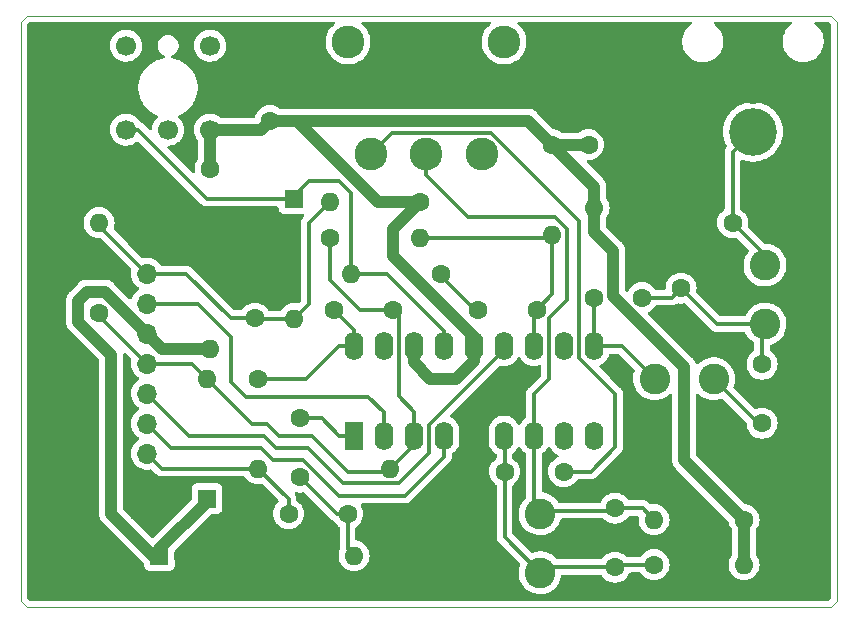
<source format=gbr>
%TF.GenerationSoftware,KiCad,Pcbnew,7.0.11-7.0.11~ubuntu22.04.1*%
%TF.CreationDate,2024-10-09T20:20:53-04:00*%
%TF.ProjectId,sub_rf_mod,7375625f-7266-45f6-9d6f-642e6b696361,rev?*%
%TF.SameCoordinates,Original*%
%TF.FileFunction,Copper,L2,Bot*%
%TF.FilePolarity,Positive*%
%FSLAX46Y46*%
G04 Gerber Fmt 4.6, Leading zero omitted, Abs format (unit mm)*
G04 Created by KiCad (PCBNEW 7.0.11-7.0.11~ubuntu22.04.1) date 2024-10-09 20:20:53*
%MOMM*%
%LPD*%
G01*
G04 APERTURE LIST*
%TA.AperFunction,ComponentPad*%
%ADD10R,1.600000X1.600000*%
%TD*%
%TA.AperFunction,ComponentPad*%
%ADD11O,1.600000X1.600000*%
%TD*%
%TA.AperFunction,ComponentPad*%
%ADD12C,1.600000*%
%TD*%
%TA.AperFunction,ComponentPad*%
%ADD13R,1.700000X1.700000*%
%TD*%
%TA.AperFunction,ComponentPad*%
%ADD14O,1.700000X1.700000*%
%TD*%
%TA.AperFunction,ComponentPad*%
%ADD15C,2.600000*%
%TD*%
%TA.AperFunction,ComponentPad*%
%ADD16C,3.800000*%
%TD*%
%TA.AperFunction,ComponentPad*%
%ADD17R,1.600000X2.400000*%
%TD*%
%TA.AperFunction,ComponentPad*%
%ADD18O,1.600000X2.400000*%
%TD*%
%TA.AperFunction,ComponentPad*%
%ADD19C,2.775000*%
%TD*%
%TA.AperFunction,ComponentPad*%
%ADD20C,4.227000*%
%TD*%
%TA.AperFunction,ComponentPad*%
%ADD21C,4.039000*%
%TD*%
%TA.AperFunction,ComponentPad*%
%ADD22C,1.700000*%
%TD*%
%TA.AperFunction,ComponentPad*%
%ADD23C,3.000000*%
%TD*%
%TA.AperFunction,Conductor*%
%ADD24C,1.016000*%
%TD*%
%TA.AperFunction,Conductor*%
%ADD25C,0.304800*%
%TD*%
%TA.AperFunction,Profile*%
%ADD26C,0.100000*%
%TD*%
G04 APERTURE END LIST*
D10*
%TO.P,RF_D2,1,K*%
%TO.N,N/C*%
X140208000Y-78740000D03*
D11*
%TO.P,RF_D2,2,A*%
X140208000Y-88900000D03*
%TD*%
D12*
%TO.P,RF_C9,1*%
%TO.N,N/C*%
X172974000Y-86320000D03*
%TO.P,RF_C9,2*%
X172974000Y-81320000D03*
%TD*%
D10*
%TO.P,RF_C13,1*%
%TO.N,N/C*%
X128809328Y-108966000D03*
D12*
%TO.P,RF_C13,2*%
X130809328Y-108966000D03*
%TD*%
%TO.P,RF_C3,1*%
%TO.N,N/C*%
X140716000Y-97322000D03*
%TO.P,RF_C3,2*%
X140716000Y-102322000D03*
%TD*%
%TO.P,RF_JP1,1,A*%
%TO.N,N/C*%
X133096000Y-76200000D03*
D11*
%TO.P,RF_JP1,2,B*%
X133096000Y-91440000D03*
%TD*%
D12*
%TO.P,RF_R10,1*%
%TO.N,N/C*%
X150876000Y-78994000D03*
D11*
%TO.P,RF_R10,2*%
X143256000Y-78994000D03*
%TD*%
D13*
%TO.P,J4B1,1,Pin_1*%
%TO.N,N/C*%
X127762000Y-82550000D03*
D14*
%TO.P,J4B1,2,Pin_2*%
X127762000Y-85090000D03*
%TO.P,J4B1,3,Pin_3*%
X127762000Y-87630000D03*
%TO.P,J4B1,4,Pin_4*%
X127762000Y-90170000D03*
%TO.P,J4B1,5,Pin_5*%
X127762000Y-92710000D03*
%TO.P,J4B1,6,Pin_6*%
X127762000Y-95250000D03*
%TO.P,J4B1,7,Pin_7*%
X127762000Y-97790000D03*
%TO.P,J4B1,8,Pin_8*%
X127762000Y-100330000D03*
%TD*%
D12*
%TO.P,RF_C2,1*%
%TO.N,N/C*%
X136906000Y-83860000D03*
%TO.P,RF_C2,2*%
X136906000Y-88860000D03*
%TD*%
%TO.P,RF_R6,1*%
%TO.N,N/C*%
X170688000Y-109728000D03*
D11*
%TO.P,RF_R6,2*%
X178308000Y-109728000D03*
%TD*%
D12*
%TO.P,RF_C10,1*%
%TO.N,N/C*%
X179832000Y-97750000D03*
%TO.P,RF_C10,2*%
X179832000Y-92750000D03*
%TD*%
D15*
%TO.P,RF_L3,1,1*%
%TO.N,N/C*%
X161036000Y-105410000D03*
%TO.P,RF_L3,2,2*%
X161036000Y-110410000D03*
%TD*%
D16*
%TO.P,H17,1,1*%
%TO.N,N/C*%
X127762000Y-78486000D03*
%TD*%
D17*
%TO.P,RF_U1,1,CHROMA_LEAD*%
%TO.N,N/C*%
X145288000Y-98821000D03*
D18*
%TO.P,RF_U1,2,R-Y*%
X147828000Y-98821000D03*
%TO.P,RF_U1,3,CHROMA_BIAS*%
X150368000Y-98821000D03*
%TO.P,RF_U1,4,B-Y*%
X152908000Y-98821000D03*
%TO.P,RF_U1,5,GND*%
X155448000Y-98821000D03*
%TO.P,RF_U1,6,CHB_TANK1*%
X157988000Y-98821000D03*
%TO.P,RF_U1,7,CHB_TANK2*%
X160528000Y-98821000D03*
%TO.P,RF_U1,8,CHA_TANK1*%
X163068000Y-98821000D03*
%TO.P,RF_U1,9,CHA_TANK2*%
X165608000Y-98821000D03*
%TO.P,RF_U1,10,CHB_OUTPUT*%
X165608000Y-91201000D03*
%TO.P,RF_U1,11,CHA_OUTPUT*%
X163068000Y-91201000D03*
%TO.P,RF_U1,12,VIDEO_IN*%
X160528000Y-91201000D03*
%TO.P,RF_U1,13,CHROMA_SUBCAR*%
X157988000Y-91201000D03*
%TO.P,RF_U1,14,RF_SUPPLY*%
X155448000Y-91201000D03*
%TO.P,RF_U1,15,SOUND_TANK*%
X152908000Y-91201000D03*
%TO.P,RF_U1,16,CHROMA_SUPPLY*%
X150368000Y-91201000D03*
%TO.P,RF_U1,17,CHROMA_OSC*%
X147828000Y-91201000D03*
%TO.P,RF_U1,18,CHROMA_LAG*%
X145288000Y-91201000D03*
%TD*%
D12*
%TO.P,RF_C12,1*%
%TO.N,N/C*%
X163028000Y-101854000D03*
%TO.P,RF_C12,2*%
X158028000Y-101854000D03*
%TD*%
%TO.P,RF_R2,1*%
%TO.N,N/C*%
X137160000Y-93980000D03*
D11*
%TO.P,RF_R2,2*%
X137160000Y-101600000D03*
%TD*%
D12*
%TO.P,RF_C1,1*%
%TO.N,N/C*%
X138176000Y-72136000D03*
%TO.P,RF_C1,2*%
X138176000Y-67136000D03*
%TD*%
%TO.P,RF_C7,1*%
%TO.N,N/C*%
X155742000Y-88138000D03*
%TO.P,RF_C7,2*%
X160742000Y-88138000D03*
%TD*%
%TO.P,RF_R9,1*%
%TO.N,N/C*%
X162052000Y-74168000D03*
D11*
%TO.P,RF_R9,2*%
X162052000Y-81788000D03*
%TD*%
D19*
%TO.P,RF_SW1,1,A*%
%TO.N,N/C*%
X156084500Y-75003000D03*
%TO.P,RF_SW1,2,B*%
X151384500Y-75003000D03*
%TO.P,RF_SW1,3,C*%
X146684500Y-75003000D03*
%TO.P,RF_SW1,4*%
X144779500Y-65473000D03*
X157989500Y-65473000D03*
%TD*%
D20*
%TO.P,RF_J1,S*%
%TO.N,N/C*%
X179070000Y-68580000D03*
D21*
%TO.P,RF_J1,T*%
X179070000Y-73080000D03*
%TD*%
D16*
%TO.P,H16,1,1*%
%TO.N,N/C*%
X127762000Y-104394000D03*
%TD*%
D12*
%TO.P,RF_R5,1*%
%TO.N,N/C*%
X178308000Y-105918000D03*
D11*
%TO.P,RF_R5,2*%
X170688000Y-105918000D03*
%TD*%
D12*
%TO.P,RF_C6,1*%
%TO.N,N/C*%
X167386000Y-104942000D03*
%TO.P,RF_C6,2*%
X167386000Y-109942000D03*
%TD*%
D15*
%TO.P,RF_L2,1,1*%
%TO.N,N/C*%
X170728000Y-93980000D03*
%TO.P,RF_L2,2,2*%
X175728000Y-93980000D03*
%TD*%
D12*
%TO.P,RF_C8,1*%
%TO.N,N/C*%
X165140000Y-74168000D03*
%TO.P,RF_C8,2*%
X170140000Y-74168000D03*
%TD*%
%TO.P,RF_C5,1*%
%TO.N,N/C*%
X143550000Y-88138000D03*
%TO.P,RF_C5,2*%
X148550000Y-88138000D03*
%TD*%
D10*
%TO.P,RF_D1,1,K*%
%TO.N,N/C*%
X132842000Y-104140000D03*
D11*
%TO.P,RF_D1,2,A*%
X132842000Y-93980000D03*
%TD*%
D12*
%TO.P,RF_C11,1*%
%TO.N,N/C*%
X177332000Y-80772000D03*
%TO.P,RF_C11,2*%
X182332000Y-80772000D03*
%TD*%
%TO.P,RF_C4,1*%
%TO.N,N/C*%
X144740000Y-105410000D03*
%TO.P,RF_C4,2*%
X139740000Y-105410000D03*
%TD*%
%TO.P,RF_R11,1*%
%TO.N,N/C*%
X143256000Y-82042000D03*
D11*
%TO.P,RF_R11,2*%
X150876000Y-82042000D03*
%TD*%
D12*
%TO.P,RF_R7,1*%
%TO.N,N/C*%
X169672000Y-87122000D03*
D11*
%TO.P,RF_R7,2*%
X169672000Y-79502000D03*
%TD*%
D12*
%TO.P,RF_R8,1*%
%TO.N,N/C*%
X165608000Y-87122000D03*
D11*
%TO.P,RF_R8,2*%
X165608000Y-79502000D03*
%TD*%
D12*
%TO.P,RF_R1,1*%
%TO.N,N/C*%
X123698000Y-88392000D03*
D11*
%TO.P,RF_R1,2*%
X123698000Y-80772000D03*
%TD*%
D15*
%TO.P,RF_L1,1,1*%
%TO.N,N/C*%
X180086000Y-89368000D03*
%TO.P,RF_L1,2,2*%
X180086000Y-84368000D03*
%TD*%
D22*
%TO.P,RF_VL1,1,1*%
%TO.N,N/C*%
X125984000Y-72898000D03*
%TO.P,RF_VL1,2,2*%
X129540000Y-72898000D03*
%TO.P,RF_VL1,3,3*%
X133096000Y-72898000D03*
%TO.P,RF_VL1,4,4*%
X133096000Y-65786000D03*
%TO.P,RF_VL1,6,6*%
X125984000Y-65786000D03*
D23*
%TO.P,RF_VL1,S,S*%
X124460000Y-69342000D03*
X134620000Y-69342000D03*
%TD*%
D12*
%TO.P,RF_R3,1*%
%TO.N,N/C*%
X137668000Y-108966000D03*
D11*
%TO.P,RF_R3,2*%
X145288000Y-108966000D03*
%TD*%
D12*
%TO.P,RF_R4,1*%
%TO.N,N/C*%
X148336000Y-109220000D03*
D11*
%TO.P,RF_R4,2*%
X148336000Y-101600000D03*
%TD*%
D12*
%TO.P,RF_R12,1*%
%TO.N,N/C*%
X152654000Y-85090000D03*
D11*
%TO.P,RF_R12,2*%
X145034000Y-85090000D03*
%TD*%
D24*
%TO.N,*%
X128809328Y-108426672D02*
X128809328Y-108966000D01*
D25*
X161798000Y-88859950D02*
X163322000Y-87335950D01*
X140208000Y-88900000D02*
X136946000Y-88900000D01*
X151650800Y-100317200D02*
X151650800Y-97900251D01*
X142534000Y-97322000D02*
X140716000Y-97322000D01*
D24*
X165608000Y-77724000D02*
X162052000Y-74168000D01*
D25*
X131572000Y-92710000D02*
X132842000Y-93980000D01*
X140208000Y-78740000D02*
X140208000Y-78486000D01*
X144740000Y-105410000D02*
X144740000Y-108418000D01*
X132842000Y-78740000D02*
X127000000Y-72898000D01*
X177332000Y-74818000D02*
X179070000Y-73080000D01*
X148336000Y-101600000D02*
X150368000Y-99568000D01*
D24*
X132842000Y-104140000D02*
X132842000Y-104394000D01*
D25*
X144003000Y-91201000D02*
X145288000Y-91201000D01*
D24*
X121920000Y-89154000D02*
X124714000Y-91948000D01*
D25*
X127762000Y-97790000D02*
X129794000Y-99822000D01*
X152908000Y-100584000D02*
X152908000Y-98821000D01*
D24*
X160020000Y-72136000D02*
X162052000Y-74168000D01*
X151731000Y-93980000D02*
X153924000Y-93980000D01*
D25*
X131318000Y-98806000D02*
X137668000Y-98806000D01*
X167600000Y-109728000D02*
X167386000Y-109942000D01*
X169712000Y-104942000D02*
X170688000Y-105918000D01*
X123698000Y-88646000D02*
X123698000Y-88392000D01*
X150368000Y-98821000D02*
X150368000Y-96774000D01*
X179832000Y-92750000D02*
X179832000Y-89622000D01*
X167172000Y-105156000D02*
X167386000Y-104942000D01*
X179832000Y-89622000D02*
X180086000Y-89368000D01*
X123698000Y-81026000D02*
X127762000Y-85090000D01*
X144740000Y-105410000D02*
X143804000Y-105410000D01*
X144057950Y-103886000D02*
X149606000Y-103886000D01*
X141478000Y-77216000D02*
X144018000Y-77216000D01*
X175728000Y-93980000D02*
X179498000Y-97750000D01*
D24*
X165608000Y-81534000D02*
X165608000Y-77724000D01*
D25*
X154940000Y-80264000D02*
X151384500Y-76708500D01*
D24*
X128270000Y-108966000D02*
X128809328Y-108966000D01*
D25*
X143256000Y-85598000D02*
X145796000Y-88138000D01*
X123698000Y-80772000D02*
X123698000Y-81026000D01*
D24*
X148590000Y-81280000D02*
X148590000Y-83566000D01*
D25*
X149085200Y-88673200D02*
X148550000Y-88138000D01*
X138684000Y-99822000D02*
X141351000Y-99822000D01*
D24*
X150368000Y-92617000D02*
X151731000Y-93980000D01*
D25*
X144780000Y-101854000D02*
X141732000Y-98806000D01*
X180086000Y-83526000D02*
X180086000Y-84368000D01*
X177332000Y-80772000D02*
X180086000Y-83526000D01*
X149606000Y-103886000D02*
X152908000Y-100584000D01*
X138938000Y-98806000D02*
X137922000Y-97790000D01*
X152908000Y-91201000D02*
X152908000Y-89916000D01*
D24*
X132842000Y-104394000D02*
X128809328Y-108426672D01*
X133096000Y-91440000D02*
X129032000Y-91440000D01*
X167220800Y-83146800D02*
X165608000Y-81534000D01*
D25*
X161504000Y-109942000D02*
X161036000Y-110410000D01*
X150368000Y-96774000D02*
X149085200Y-95491200D01*
X141224000Y-93980000D02*
X144003000Y-91201000D01*
X127762000Y-92710000D02*
X123698000Y-88646000D01*
D24*
X178308000Y-105918000D02*
X173228000Y-100838000D01*
D25*
X141478000Y-87630000D02*
X141478000Y-80772000D01*
X134874000Y-90424000D02*
X132080000Y-87630000D01*
X136906000Y-88860000D02*
X134834000Y-88860000D01*
X144740000Y-108418000D02*
X145288000Y-108966000D01*
X151384500Y-76708500D02*
X151384500Y-75003000D01*
X161036000Y-110410000D02*
X158028000Y-107402000D01*
X165608000Y-87376000D02*
X165608000Y-91201000D01*
X167386000Y-104942000D02*
X169712000Y-104942000D01*
X146500800Y-95504000D02*
X136144000Y-95504000D01*
X145288000Y-91201000D02*
X145288000Y-89876000D01*
D24*
X133096000Y-72898000D02*
X137414000Y-72898000D01*
D25*
X137922000Y-97790000D02*
X136652000Y-97790000D01*
D24*
X178308000Y-109652000D02*
X178232000Y-109728000D01*
D25*
X141009950Y-100838000D02*
X144057950Y-103886000D01*
X167386000Y-95250000D02*
X164350800Y-92214800D01*
X161036000Y-105410000D02*
X161290000Y-105156000D01*
D24*
X122682000Y-86614000D02*
X121920000Y-87376000D01*
D25*
X161036000Y-105410000D02*
X160528000Y-104902000D01*
X155488000Y-88138000D02*
X152654000Y-85304000D01*
X150876000Y-82042000D02*
X161798000Y-82042000D01*
D24*
X124714000Y-91948000D02*
X124714000Y-105410000D01*
X150876000Y-78994000D02*
X148590000Y-81280000D01*
D25*
X160528000Y-104902000D02*
X160528000Y-98821000D01*
X137668000Y-98806000D02*
X138684000Y-99822000D01*
X141478000Y-80772000D02*
X143256000Y-78994000D01*
X148529200Y-73158300D02*
X146684500Y-75003000D01*
X165608000Y-91201000D02*
X167949000Y-91201000D01*
D24*
X124206000Y-86614000D02*
X122682000Y-86614000D01*
D25*
X152908000Y-89916000D02*
X148082000Y-85090000D01*
X134834000Y-88860000D02*
X131064000Y-85090000D01*
X161290000Y-105156000D02*
X167172000Y-105156000D01*
D24*
X173228000Y-100838000D02*
X173228000Y-92964000D01*
D25*
X176022000Y-89368000D02*
X172974000Y-86320000D01*
X127762000Y-95250000D02*
X131318000Y-98806000D01*
X134874000Y-94234000D02*
X134874000Y-90424000D01*
X129032000Y-101600000D02*
X127762000Y-100330000D01*
D24*
X133096000Y-76200000D02*
X133096000Y-72898000D01*
D25*
X136144000Y-95504000D02*
X134874000Y-94234000D01*
X127762000Y-92710000D02*
X131572000Y-92710000D01*
X170688000Y-109728000D02*
X167600000Y-109728000D01*
D24*
X140451805Y-72136000D02*
X138176000Y-72136000D01*
D25*
X162305950Y-80264000D02*
X154940000Y-80264000D01*
X161798000Y-82042000D02*
X162052000Y-81788000D01*
X145288000Y-89876000D02*
X143550000Y-88138000D01*
X132080000Y-87630000D02*
X127762000Y-87630000D01*
X136946000Y-88900000D02*
X136906000Y-88860000D01*
D24*
X162052000Y-74168000D02*
X165140000Y-74168000D01*
D25*
X164350800Y-80660500D02*
X156848600Y-73158300D01*
X137160000Y-93980000D02*
X141224000Y-93980000D01*
X163028000Y-101854000D02*
X165314000Y-101854000D01*
D24*
X150876000Y-78994000D02*
X147309805Y-78994000D01*
X155448000Y-90424000D02*
X155448000Y-91201000D01*
X173228000Y-92964000D02*
X167220800Y-86956800D01*
X153924000Y-93980000D02*
X155448000Y-92456000D01*
D25*
X145796000Y-88138000D02*
X148550000Y-88138000D01*
X167949000Y-91201000D02*
X170728000Y-93980000D01*
X137414000Y-99822000D02*
X138430000Y-100838000D01*
X140208000Y-78740000D02*
X132842000Y-78740000D01*
D24*
X147309805Y-78994000D02*
X140451805Y-72136000D01*
X138176000Y-72136000D02*
X160020000Y-72136000D01*
D25*
X141351000Y-99822000D02*
X144386200Y-102857200D01*
X160528000Y-95250000D02*
X161798000Y-93980000D01*
X145034000Y-78232000D02*
X145034000Y-85090000D01*
X143256000Y-82042000D02*
X143256000Y-85598000D01*
X179498000Y-97750000D02*
X179832000Y-97750000D01*
X165314000Y-101854000D02*
X167386000Y-99782000D01*
D24*
X150368000Y-91201000D02*
X150368000Y-92617000D01*
D25*
X161798000Y-93980000D02*
X161798000Y-88859950D01*
X151650800Y-97900251D02*
X157988000Y-91563051D01*
X144033000Y-98821000D02*
X142534000Y-97322000D01*
D24*
X178308000Y-105918000D02*
X178308000Y-109652000D01*
X167220800Y-86956800D02*
X167220800Y-83146800D01*
D25*
X148336000Y-101600000D02*
X148082000Y-101854000D01*
X158028000Y-98861000D02*
X157988000Y-98821000D01*
X160488000Y-91161000D02*
X160528000Y-91201000D01*
X160488000Y-88392000D02*
X160488000Y-91161000D01*
X127000000Y-72898000D02*
X125984000Y-72898000D01*
X140208000Y-78486000D02*
X141478000Y-77216000D01*
X163322000Y-87335950D02*
X163322000Y-81280050D01*
X147828000Y-96831200D02*
X147828000Y-98821000D01*
X167386000Y-109942000D02*
X161504000Y-109942000D01*
X169672000Y-87122000D02*
X172172000Y-87122000D01*
X148082000Y-85090000D02*
X145034000Y-85090000D01*
D24*
X121920000Y-87376000D02*
X121920000Y-89154000D01*
D25*
X139740000Y-104180000D02*
X137160000Y-101600000D01*
X160528000Y-98821000D02*
X160528000Y-95250000D01*
X162052000Y-81788000D02*
X162052000Y-86828000D01*
X162052000Y-86828000D02*
X160488000Y-88392000D01*
X180086000Y-89368000D02*
X176022000Y-89368000D01*
X144018000Y-77216000D02*
X145034000Y-78232000D01*
D24*
X155448000Y-92456000D02*
X155448000Y-91201000D01*
D25*
X138430000Y-100838000D02*
X141009950Y-100838000D01*
X137160000Y-101600000D02*
X129032000Y-101600000D01*
X164350800Y-92214800D02*
X164350800Y-80660500D01*
X144386200Y-102857200D02*
X149110800Y-102857200D01*
X158028000Y-101854000D02*
X158028000Y-98861000D01*
X163322000Y-81280050D02*
X162305950Y-80264000D01*
X172172000Y-87122000D02*
X172974000Y-86320000D01*
X149110800Y-102857200D02*
X151650800Y-100317200D01*
X139740000Y-105410000D02*
X139740000Y-104180000D01*
D24*
X127762000Y-90170000D02*
X124206000Y-86614000D01*
D25*
X167386000Y-99782000D02*
X167386000Y-95250000D01*
X158028000Y-107402000D02*
X158028000Y-101854000D01*
D24*
X124714000Y-105410000D02*
X128270000Y-108966000D01*
X137414000Y-72898000D02*
X138176000Y-72136000D01*
D25*
X141732000Y-98806000D02*
X138938000Y-98806000D01*
X152654000Y-85304000D02*
X152654000Y-85090000D01*
X149085200Y-95491200D02*
X149085200Y-88673200D01*
X156848600Y-73158300D02*
X148529200Y-73158300D01*
D24*
X148590000Y-83566000D02*
X155448000Y-90424000D01*
D25*
X136652000Y-97790000D02*
X132842000Y-93980000D01*
X141478000Y-87630000D02*
X140208000Y-88900000D01*
X177332000Y-80772000D02*
X177332000Y-74818000D01*
X129794000Y-99822000D02*
X137414000Y-99822000D01*
X157988000Y-91563051D02*
X157988000Y-91201000D01*
X145288000Y-98821000D02*
X144033000Y-98821000D01*
X150368000Y-99568000D02*
X150368000Y-98821000D01*
X146500800Y-95504000D02*
X147828000Y-96831200D01*
X131064000Y-85090000D02*
X127762000Y-85090000D01*
D24*
X129032000Y-91440000D02*
X127762000Y-90170000D01*
D25*
X148082000Y-101854000D02*
X144780000Y-101854000D01*
X143804000Y-105410000D02*
X140716000Y-102322000D01*
%TD*%
%TA.AperFunction,NonConductor*%
G36*
X143598208Y-63774502D02*
G01*
X143644701Y-63828158D01*
X143654805Y-63898432D01*
X143625311Y-63963012D01*
X143603345Y-63983015D01*
X143571478Y-64005787D01*
X143571474Y-64005790D01*
X143567857Y-64008375D01*
X143470717Y-64101042D01*
X143394613Y-64173642D01*
X143373577Y-64193709D01*
X143207350Y-64404568D01*
X143072491Y-64636745D01*
X143070823Y-64640862D01*
X143070820Y-64640869D01*
X142973365Y-64881474D01*
X142971691Y-64885607D01*
X142906962Y-65146190D01*
X142879595Y-65413293D01*
X142879770Y-65417745D01*
X142884405Y-65535707D01*
X142890136Y-65681588D01*
X142892131Y-65692510D01*
X142927459Y-65885947D01*
X142938375Y-65945720D01*
X143023350Y-66200421D01*
X143069336Y-66292453D01*
X143125583Y-66405020D01*
X143143365Y-66440608D01*
X143296024Y-66661488D01*
X143478283Y-66858655D01*
X143481737Y-66861467D01*
X143683048Y-67025360D01*
X143683052Y-67025363D01*
X143686505Y-67028174D01*
X143916535Y-67166664D01*
X143920630Y-67168398D01*
X143920632Y-67168399D01*
X143939764Y-67176500D01*
X144163784Y-67271360D01*
X144168077Y-67272498D01*
X144168082Y-67272500D01*
X144296097Y-67306442D01*
X144423318Y-67340174D01*
X144689958Y-67371733D01*
X144958385Y-67365407D01*
X144962779Y-67364676D01*
X144962786Y-67364675D01*
X145218841Y-67322056D01*
X145218845Y-67322055D01*
X145223243Y-67321323D01*
X145479247Y-67240359D01*
X145483258Y-67238433D01*
X145483263Y-67238431D01*
X145717270Y-67126062D01*
X145717271Y-67126061D01*
X145721289Y-67124132D01*
X145728419Y-67119368D01*
X145940832Y-66977439D01*
X145940836Y-66977436D01*
X145944540Y-66974961D01*
X146144545Y-66795821D01*
X146317314Y-66590287D01*
X146351422Y-66535598D01*
X146457042Y-66366242D01*
X146457042Y-66366241D01*
X146459400Y-66362461D01*
X146567967Y-66116888D01*
X146640849Y-65858467D01*
X146650113Y-65789496D01*
X146676165Y-65595537D01*
X146676166Y-65595529D01*
X146676592Y-65592355D01*
X146678690Y-65525588D01*
X146680242Y-65476222D01*
X146680242Y-65476217D01*
X146680343Y-65473000D01*
X146661380Y-65205169D01*
X146657583Y-65187530D01*
X146605804Y-64947029D01*
X146605804Y-64947027D01*
X146604868Y-64942682D01*
X146511935Y-64690776D01*
X146433436Y-64545292D01*
X146386548Y-64458393D01*
X146384435Y-64454477D01*
X146224912Y-64238501D01*
X146036550Y-64047157D01*
X146033010Y-64044456D01*
X146033004Y-64044450D01*
X145949422Y-63980663D01*
X145907405Y-63923435D01*
X145902997Y-63852575D01*
X145937599Y-63790581D01*
X146000225Y-63757136D01*
X146025864Y-63754500D01*
X156740087Y-63754500D01*
X156808208Y-63774502D01*
X156854701Y-63828158D01*
X156864805Y-63898432D01*
X156835311Y-63963012D01*
X156813345Y-63983015D01*
X156781478Y-64005787D01*
X156781474Y-64005790D01*
X156777857Y-64008375D01*
X156680717Y-64101042D01*
X156604613Y-64173642D01*
X156583577Y-64193709D01*
X156417350Y-64404568D01*
X156282491Y-64636745D01*
X156280823Y-64640862D01*
X156280820Y-64640869D01*
X156183365Y-64881474D01*
X156181691Y-64885607D01*
X156116962Y-65146190D01*
X156089595Y-65413293D01*
X156089770Y-65417745D01*
X156094405Y-65535707D01*
X156100136Y-65681588D01*
X156102131Y-65692510D01*
X156137459Y-65885947D01*
X156148375Y-65945720D01*
X156233350Y-66200421D01*
X156279336Y-66292453D01*
X156335583Y-66405020D01*
X156353365Y-66440608D01*
X156506024Y-66661488D01*
X156688283Y-66858655D01*
X156691737Y-66861467D01*
X156893048Y-67025360D01*
X156893052Y-67025363D01*
X156896505Y-67028174D01*
X157126535Y-67166664D01*
X157130630Y-67168398D01*
X157130632Y-67168399D01*
X157149764Y-67176500D01*
X157373784Y-67271360D01*
X157378077Y-67272498D01*
X157378082Y-67272500D01*
X157506097Y-67306442D01*
X157633318Y-67340174D01*
X157899958Y-67371733D01*
X158168385Y-67365407D01*
X158172779Y-67364676D01*
X158172786Y-67364675D01*
X158428841Y-67322056D01*
X158428845Y-67322055D01*
X158433243Y-67321323D01*
X158689247Y-67240359D01*
X158693258Y-67238433D01*
X158693263Y-67238431D01*
X158927270Y-67126062D01*
X158927271Y-67126061D01*
X158931289Y-67124132D01*
X158938419Y-67119368D01*
X159150832Y-66977439D01*
X159150836Y-66977436D01*
X159154540Y-66974961D01*
X159354545Y-66795821D01*
X159527314Y-66590287D01*
X159561422Y-66535598D01*
X159667042Y-66366242D01*
X159667042Y-66366241D01*
X159669400Y-66362461D01*
X159777967Y-66116888D01*
X159850849Y-65858467D01*
X159860113Y-65789496D01*
X159886165Y-65595537D01*
X159886166Y-65595529D01*
X159886592Y-65592355D01*
X159888690Y-65525588D01*
X159890242Y-65476222D01*
X159890242Y-65476217D01*
X159890343Y-65473000D01*
X159871380Y-65205169D01*
X159867583Y-65187530D01*
X159815804Y-64947029D01*
X159815804Y-64947027D01*
X159814868Y-64942682D01*
X159721935Y-64690776D01*
X159643436Y-64545292D01*
X159596548Y-64458393D01*
X159594435Y-64454477D01*
X159434912Y-64238501D01*
X159246550Y-64047157D01*
X159243010Y-64044456D01*
X159243004Y-64044450D01*
X159159422Y-63980663D01*
X159117405Y-63923435D01*
X159112997Y-63852575D01*
X159147599Y-63790581D01*
X159210225Y-63757136D01*
X159235864Y-63754500D01*
X173760819Y-63754500D01*
X173828940Y-63774502D01*
X173875433Y-63828158D01*
X173885537Y-63898432D01*
X173856043Y-63963012D01*
X173838827Y-63979448D01*
X173636773Y-64138735D01*
X173458909Y-64327810D01*
X173456241Y-64331656D01*
X173317433Y-64531747D01*
X173310945Y-64541099D01*
X173308878Y-64545289D01*
X173308877Y-64545292D01*
X173235073Y-64694953D01*
X173196133Y-64773915D01*
X173116994Y-65021144D01*
X173075268Y-65277356D01*
X173073569Y-65407138D01*
X173072665Y-65476222D01*
X173071870Y-65536920D01*
X173106875Y-65794136D01*
X173108184Y-65798626D01*
X173108185Y-65798632D01*
X173139049Y-65904520D01*
X173179515Y-66043352D01*
X173181473Y-66047599D01*
X173181474Y-66047602D01*
X173222600Y-66136810D01*
X173288194Y-66279094D01*
X173290754Y-66282999D01*
X173290757Y-66283004D01*
X173427957Y-66492270D01*
X173427961Y-66492275D01*
X173430523Y-66496183D01*
X173465702Y-66535598D01*
X173580981Y-66664757D01*
X173603377Y-66689850D01*
X173802959Y-66855839D01*
X174024882Y-66990506D01*
X174029196Y-66992315D01*
X174029200Y-66992317D01*
X174173663Y-67052895D01*
X174264274Y-67090891D01*
X174515873Y-67154789D01*
X174731481Y-67176500D01*
X174885896Y-67176500D01*
X174888221Y-67176327D01*
X174888227Y-67176327D01*
X175074221Y-67162505D01*
X175074225Y-67162504D01*
X175078873Y-67162159D01*
X175332059Y-67104869D01*
X175336413Y-67103176D01*
X175569643Y-67012478D01*
X175569645Y-67012477D01*
X175573996Y-67010785D01*
X175606309Y-66992317D01*
X175754699Y-66907505D01*
X175799369Y-66881974D01*
X176003227Y-66721265D01*
X176181091Y-66532190D01*
X176287272Y-66379131D01*
X176326390Y-66322743D01*
X176326392Y-66322740D01*
X176329055Y-66318901D01*
X176344387Y-66287811D01*
X176441802Y-66090273D01*
X176441803Y-66090270D01*
X176443867Y-66086085D01*
X176451454Y-66062385D01*
X176509999Y-65879490D01*
X176523006Y-65838856D01*
X176562632Y-65595537D01*
X176563981Y-65587256D01*
X176563981Y-65587255D01*
X176564732Y-65582644D01*
X176568130Y-65323080D01*
X176533125Y-65065864D01*
X176520091Y-65021144D01*
X176483760Y-64896500D01*
X176460485Y-64816648D01*
X176351806Y-64580906D01*
X176323189Y-64537257D01*
X176212043Y-64367730D01*
X176212039Y-64367725D01*
X176209477Y-64363817D01*
X176123050Y-64266983D01*
X176039740Y-64173642D01*
X176039738Y-64173640D01*
X176036623Y-64170150D01*
X175837041Y-64004161D01*
X175833049Y-64001739D01*
X175833044Y-64001735D01*
X175810769Y-63988218D01*
X175762909Y-63935779D01*
X175750998Y-63865788D01*
X175778817Y-63800469D01*
X175837534Y-63760559D01*
X175876136Y-63754500D01*
X182260819Y-63754500D01*
X182328940Y-63774502D01*
X182375433Y-63828158D01*
X182385537Y-63898432D01*
X182356043Y-63963012D01*
X182338827Y-63979448D01*
X182136773Y-64138735D01*
X181958909Y-64327810D01*
X181956241Y-64331656D01*
X181817433Y-64531747D01*
X181810945Y-64541099D01*
X181808878Y-64545289D01*
X181808877Y-64545292D01*
X181735073Y-64694953D01*
X181696133Y-64773915D01*
X181616994Y-65021144D01*
X181575268Y-65277356D01*
X181573569Y-65407138D01*
X181572665Y-65476222D01*
X181571870Y-65536920D01*
X181606875Y-65794136D01*
X181608184Y-65798626D01*
X181608185Y-65798632D01*
X181639049Y-65904520D01*
X181679515Y-66043352D01*
X181681473Y-66047599D01*
X181681474Y-66047602D01*
X181722600Y-66136810D01*
X181788194Y-66279094D01*
X181790754Y-66282999D01*
X181790757Y-66283004D01*
X181927957Y-66492270D01*
X181927961Y-66492275D01*
X181930523Y-66496183D01*
X181965702Y-66535598D01*
X182080981Y-66664757D01*
X182103377Y-66689850D01*
X182302959Y-66855839D01*
X182524882Y-66990506D01*
X182529196Y-66992315D01*
X182529200Y-66992317D01*
X182673663Y-67052895D01*
X182764274Y-67090891D01*
X183015873Y-67154789D01*
X183231481Y-67176500D01*
X183385896Y-67176500D01*
X183388221Y-67176327D01*
X183388227Y-67176327D01*
X183574221Y-67162505D01*
X183574225Y-67162504D01*
X183578873Y-67162159D01*
X183832059Y-67104869D01*
X183836413Y-67103176D01*
X184069643Y-67012478D01*
X184069645Y-67012477D01*
X184073996Y-67010785D01*
X184106309Y-66992317D01*
X184254699Y-66907505D01*
X184299369Y-66881974D01*
X184503227Y-66721265D01*
X184681091Y-66532190D01*
X184787272Y-66379131D01*
X184826390Y-66322743D01*
X184826392Y-66322740D01*
X184829055Y-66318901D01*
X184844387Y-66287811D01*
X184941802Y-66090273D01*
X184941803Y-66090270D01*
X184943867Y-66086085D01*
X184951454Y-66062385D01*
X185009999Y-65879490D01*
X185023006Y-65838856D01*
X185062632Y-65595537D01*
X185063981Y-65587256D01*
X185063981Y-65587255D01*
X185064732Y-65582644D01*
X185068130Y-65323080D01*
X185033125Y-65065864D01*
X185020091Y-65021144D01*
X184983760Y-64896500D01*
X184960485Y-64816648D01*
X184851806Y-64580906D01*
X184823189Y-64537257D01*
X184712043Y-64367730D01*
X184712039Y-64367725D01*
X184709477Y-64363817D01*
X184623050Y-64266983D01*
X184539740Y-64173642D01*
X184539738Y-64173640D01*
X184536623Y-64170150D01*
X184337041Y-64004161D01*
X184333049Y-64001739D01*
X184333044Y-64001735D01*
X184310769Y-63988218D01*
X184262909Y-63935779D01*
X184250998Y-63865788D01*
X184278817Y-63800469D01*
X184337534Y-63760559D01*
X184376136Y-63754500D01*
X185411182Y-63754500D01*
X185479303Y-63774502D01*
X185500278Y-63791405D01*
X185636596Y-63927724D01*
X185670621Y-63990036D01*
X185673500Y-64016819D01*
X185673500Y-112513181D01*
X185653498Y-112581302D01*
X185636596Y-112602276D01*
X185500278Y-112738595D01*
X185437966Y-112772620D01*
X185411182Y-112775500D01*
X117864819Y-112775500D01*
X117796698Y-112755498D01*
X117775724Y-112738596D01*
X117639405Y-112602278D01*
X117605380Y-112539966D01*
X117602500Y-112513182D01*
X117602500Y-87372435D01*
X120898588Y-87372435D01*
X120902941Y-87418485D01*
X120903500Y-87430343D01*
X120903500Y-89091724D01*
X120902763Y-89105332D01*
X120899714Y-89133402D01*
X120898638Y-89143304D01*
X120901575Y-89176870D01*
X120903046Y-89193690D01*
X120903375Y-89198518D01*
X120903500Y-89201073D01*
X120903500Y-89204157D01*
X120903801Y-89207224D01*
X120907722Y-89247219D01*
X120907844Y-89248532D01*
X120910206Y-89275523D01*
X120916012Y-89341892D01*
X120917511Y-89347052D01*
X120918035Y-89352394D01*
X120943802Y-89437737D01*
X120945098Y-89442031D01*
X120945455Y-89443236D01*
X120971628Y-89533322D01*
X120974100Y-89538090D01*
X120975652Y-89543232D01*
X120978547Y-89548677D01*
X120978550Y-89548684D01*
X121019633Y-89625950D01*
X121020213Y-89627054D01*
X121063366Y-89710304D01*
X121066718Y-89714503D01*
X121069239Y-89719244D01*
X121073131Y-89724016D01*
X121128438Y-89791829D01*
X121129266Y-89792855D01*
X121147681Y-89815922D01*
X121160768Y-89832316D01*
X121163263Y-89834811D01*
X121163973Y-89835605D01*
X121167693Y-89839960D01*
X121191337Y-89868951D01*
X121191340Y-89868954D01*
X121195232Y-89873726D01*
X121199980Y-89877654D01*
X121199981Y-89877655D01*
X121230873Y-89903211D01*
X121239652Y-89911200D01*
X123660595Y-92332143D01*
X123694621Y-92394455D01*
X123697500Y-92421238D01*
X123697500Y-105347724D01*
X123696763Y-105361332D01*
X123692638Y-105399304D01*
X123693175Y-105405439D01*
X123697046Y-105449690D01*
X123697375Y-105454518D01*
X123697500Y-105457073D01*
X123697500Y-105460157D01*
X123697801Y-105463224D01*
X123701722Y-105503219D01*
X123701844Y-105504532D01*
X123710012Y-105597892D01*
X123711511Y-105603052D01*
X123712035Y-105608394D01*
X123738302Y-105695393D01*
X123739098Y-105698031D01*
X123739455Y-105699236D01*
X123765628Y-105789322D01*
X123768100Y-105794090D01*
X123769652Y-105799232D01*
X123772547Y-105804677D01*
X123772550Y-105804684D01*
X123813633Y-105881950D01*
X123814213Y-105883054D01*
X123857366Y-105966304D01*
X123860718Y-105970503D01*
X123863239Y-105975244D01*
X123867131Y-105980016D01*
X123922438Y-106047829D01*
X123923266Y-106048855D01*
X123949605Y-106081849D01*
X123954768Y-106088316D01*
X123957263Y-106090811D01*
X123957973Y-106091605D01*
X123961693Y-106095960D01*
X123985337Y-106124951D01*
X123985340Y-106124954D01*
X123989232Y-106129726D01*
X123993980Y-106133654D01*
X123993981Y-106133655D01*
X124024873Y-106159211D01*
X124033652Y-106167200D01*
X127463923Y-109597471D01*
X127497949Y-109659783D01*
X127500828Y-109686566D01*
X127500828Y-109814134D01*
X127507583Y-109876316D01*
X127558713Y-110012705D01*
X127646067Y-110129261D01*
X127762623Y-110216615D01*
X127899012Y-110267745D01*
X127961194Y-110274500D01*
X129657462Y-110274500D01*
X129719644Y-110267745D01*
X129856033Y-110216615D01*
X129972589Y-110129261D01*
X130059943Y-110012705D01*
X130111073Y-109876316D01*
X130117828Y-109814134D01*
X130117828Y-108607910D01*
X130137830Y-108539789D01*
X130154733Y-108518815D01*
X133188143Y-105485405D01*
X133250455Y-105451379D01*
X133277238Y-105448500D01*
X133690134Y-105448500D01*
X133752316Y-105441745D01*
X133888705Y-105390615D01*
X134005261Y-105303261D01*
X134092615Y-105186705D01*
X134143745Y-105050316D01*
X134150500Y-104988134D01*
X134150500Y-103291866D01*
X134143745Y-103229684D01*
X134092615Y-103093295D01*
X134005261Y-102976739D01*
X133888705Y-102889385D01*
X133752316Y-102838255D01*
X133690134Y-102831500D01*
X131993866Y-102831500D01*
X131931684Y-102838255D01*
X131795295Y-102889385D01*
X131678739Y-102976739D01*
X131591385Y-103093295D01*
X131540255Y-103229684D01*
X131533500Y-103291866D01*
X131533500Y-104212761D01*
X131513498Y-104280882D01*
X131496595Y-104301856D01*
X129903796Y-105894656D01*
X128359095Y-107439357D01*
X128296783Y-107473383D01*
X128225968Y-107468318D01*
X128180905Y-107439357D01*
X125767405Y-105025857D01*
X125733379Y-104963545D01*
X125730500Y-104936762D01*
X125730500Y-92010276D01*
X125731237Y-91996668D01*
X125734697Y-91964821D01*
X125734697Y-91964817D01*
X125735362Y-91958696D01*
X125734825Y-91952557D01*
X125732871Y-91930215D01*
X125746861Y-91860611D01*
X125796262Y-91809619D01*
X125865388Y-91793430D01*
X125932293Y-91817184D01*
X125947487Y-91830141D01*
X126403364Y-92286018D01*
X126437390Y-92348330D01*
X126435686Y-92408785D01*
X126424370Y-92449588D01*
X126424369Y-92449596D01*
X126422989Y-92454570D01*
X126422441Y-92459700D01*
X126422440Y-92459704D01*
X126414006Y-92538631D01*
X126399251Y-92676695D01*
X126399548Y-92681848D01*
X126399548Y-92681851D01*
X126411730Y-92893118D01*
X126412110Y-92899715D01*
X126413247Y-92904761D01*
X126413248Y-92904767D01*
X126428537Y-92972607D01*
X126461222Y-93117639D01*
X126545266Y-93324616D01*
X126579037Y-93379726D01*
X126619284Y-93445402D01*
X126661987Y-93515088D01*
X126808250Y-93683938D01*
X126980126Y-93826632D01*
X127050595Y-93867811D01*
X127053445Y-93869476D01*
X127102169Y-93921114D01*
X127115240Y-93990897D01*
X127088509Y-94056669D01*
X127048055Y-94090027D01*
X127035607Y-94096507D01*
X127031474Y-94099610D01*
X127031471Y-94099612D01*
X126890303Y-94205604D01*
X126856965Y-94230635D01*
X126702629Y-94392138D01*
X126699715Y-94396410D01*
X126699714Y-94396411D01*
X126646982Y-94473713D01*
X126576743Y-94576680D01*
X126540512Y-94654733D01*
X126505412Y-94730351D01*
X126482688Y-94779305D01*
X126422989Y-94994570D01*
X126399251Y-95216695D01*
X126399548Y-95221848D01*
X126399548Y-95221851D01*
X126407459Y-95359050D01*
X126412110Y-95439715D01*
X126413247Y-95444761D01*
X126413248Y-95444767D01*
X126418535Y-95468225D01*
X126461222Y-95657639D01*
X126545266Y-95864616D01*
X126661987Y-96055088D01*
X126808250Y-96223938D01*
X126980126Y-96366632D01*
X127016685Y-96387995D01*
X127053445Y-96409476D01*
X127102169Y-96461114D01*
X127115240Y-96530897D01*
X127088509Y-96596669D01*
X127048055Y-96630027D01*
X127035607Y-96636507D01*
X127031474Y-96639610D01*
X127031471Y-96639612D01*
X126881069Y-96752537D01*
X126856965Y-96770635D01*
X126702629Y-96932138D01*
X126576743Y-97116680D01*
X126547117Y-97180505D01*
X126491298Y-97300757D01*
X126482688Y-97319305D01*
X126422989Y-97534570D01*
X126399251Y-97756695D01*
X126399548Y-97761848D01*
X126399548Y-97761851D01*
X126405202Y-97859908D01*
X126412110Y-97979715D01*
X126413247Y-97984761D01*
X126413248Y-97984767D01*
X126424804Y-98036042D01*
X126461222Y-98197639D01*
X126509678Y-98316973D01*
X126526322Y-98357961D01*
X126545266Y-98404616D01*
X126547965Y-98409020D01*
X126658740Y-98589789D01*
X126661987Y-98595088D01*
X126808250Y-98763938D01*
X126980126Y-98906632D01*
X127047505Y-98946005D01*
X127053445Y-98949476D01*
X127102169Y-99001114D01*
X127115240Y-99070897D01*
X127088509Y-99136669D01*
X127048055Y-99170027D01*
X127035607Y-99176507D01*
X127031474Y-99179610D01*
X127031471Y-99179612D01*
X126861100Y-99307530D01*
X126856965Y-99310635D01*
X126853393Y-99314373D01*
X126712996Y-99461290D01*
X126702629Y-99472138D01*
X126576743Y-99656680D01*
X126568135Y-99675225D01*
X126516558Y-99786339D01*
X126482688Y-99859305D01*
X126422989Y-100074570D01*
X126399251Y-100296695D01*
X126399548Y-100301842D01*
X126399548Y-100301851D01*
X126405131Y-100398669D01*
X126412110Y-100519715D01*
X126413247Y-100524761D01*
X126413248Y-100524767D01*
X126435391Y-100623019D01*
X126461222Y-100737639D01*
X126545266Y-100944616D01*
X126547965Y-100949020D01*
X126652956Y-101120350D01*
X126661987Y-101135088D01*
X126808250Y-101303938D01*
X126980126Y-101446632D01*
X127173000Y-101559338D01*
X127177825Y-101561180D01*
X127177826Y-101561181D01*
X127245992Y-101587211D01*
X127381692Y-101639030D01*
X127386760Y-101640061D01*
X127386763Y-101640062D01*
X127476834Y-101658387D01*
X127600597Y-101683567D01*
X127605772Y-101683757D01*
X127605774Y-101683757D01*
X127818673Y-101691564D01*
X127818677Y-101691564D01*
X127823837Y-101691753D01*
X127828957Y-101691097D01*
X127828959Y-101691097D01*
X127898153Y-101682233D01*
X128045416Y-101663368D01*
X128050369Y-101661882D01*
X128050374Y-101661881D01*
X128062019Y-101658387D01*
X128133014Y-101657969D01*
X128187323Y-101689977D01*
X128545393Y-102048047D01*
X128551246Y-102054312D01*
X128586524Y-102094752D01*
X128592742Y-102099122D01*
X128635084Y-102128880D01*
X128640380Y-102132813D01*
X128687121Y-102169463D01*
X128694045Y-102172589D01*
X128700176Y-102176302D01*
X128704796Y-102178938D01*
X128711178Y-102182360D01*
X128717397Y-102186731D01*
X128724476Y-102189491D01*
X128772713Y-102208298D01*
X128778792Y-102210854D01*
X128832912Y-102235289D01*
X128840388Y-102236675D01*
X128847266Y-102238830D01*
X128852391Y-102240290D01*
X128859355Y-102242078D01*
X128866434Y-102244838D01*
X128873966Y-102245830D01*
X128873968Y-102245830D01*
X128899196Y-102249151D01*
X128925300Y-102252587D01*
X128931798Y-102253616D01*
X128990197Y-102264440D01*
X128997777Y-102264003D01*
X128997778Y-102264003D01*
X129047967Y-102261109D01*
X129055220Y-102260900D01*
X135959792Y-102260900D01*
X136027913Y-102280902D01*
X136063005Y-102314629D01*
X136150643Y-102439789D01*
X136153802Y-102444300D01*
X136315700Y-102606198D01*
X136320208Y-102609355D01*
X136320211Y-102609357D01*
X136323760Y-102611842D01*
X136503251Y-102737523D01*
X136508233Y-102739846D01*
X136508238Y-102739849D01*
X136705578Y-102831869D01*
X136710757Y-102834284D01*
X136716065Y-102835706D01*
X136716067Y-102835707D01*
X136926598Y-102892119D01*
X136926600Y-102892119D01*
X136931913Y-102893543D01*
X137160000Y-102913498D01*
X137388087Y-102893543D01*
X137393398Y-102892120D01*
X137393409Y-102892118D01*
X137420980Y-102884730D01*
X137491956Y-102886419D01*
X137542687Y-102917341D01*
X138873329Y-104247983D01*
X138907355Y-104310295D01*
X138902290Y-104381110D01*
X138873329Y-104426173D01*
X138733802Y-104565700D01*
X138730645Y-104570208D01*
X138730643Y-104570211D01*
X138698305Y-104616395D01*
X138602477Y-104753251D01*
X138600154Y-104758233D01*
X138600151Y-104758238D01*
X138564569Y-104834545D01*
X138505716Y-104960757D01*
X138504294Y-104966065D01*
X138504293Y-104966067D01*
X138479736Y-105057715D01*
X138446457Y-105181913D01*
X138426502Y-105410000D01*
X138446457Y-105638087D01*
X138447881Y-105643400D01*
X138447881Y-105643402D01*
X138486981Y-105789322D01*
X138505716Y-105859243D01*
X138508039Y-105864224D01*
X138508039Y-105864225D01*
X138600151Y-106061762D01*
X138600154Y-106061767D01*
X138602477Y-106066749D01*
X138643231Y-106124951D01*
X138721004Y-106236022D01*
X138733802Y-106254300D01*
X138895700Y-106416198D01*
X138900208Y-106419355D01*
X138900211Y-106419357D01*
X138978389Y-106474098D01*
X139083251Y-106547523D01*
X139088233Y-106549846D01*
X139088238Y-106549849D01*
X139202428Y-106603096D01*
X139290757Y-106644284D01*
X139296065Y-106645706D01*
X139296067Y-106645707D01*
X139506598Y-106702119D01*
X139506600Y-106702119D01*
X139511913Y-106703543D01*
X139740000Y-106723498D01*
X139968087Y-106703543D01*
X139973400Y-106702119D01*
X139973402Y-106702119D01*
X140183933Y-106645707D01*
X140183935Y-106645706D01*
X140189243Y-106644284D01*
X140277572Y-106603096D01*
X140391762Y-106549849D01*
X140391767Y-106549846D01*
X140396749Y-106547523D01*
X140501611Y-106474098D01*
X140579789Y-106419357D01*
X140579792Y-106419355D01*
X140584300Y-106416198D01*
X140746198Y-106254300D01*
X140758997Y-106236022D01*
X140836769Y-106124951D01*
X140877523Y-106066749D01*
X140879846Y-106061767D01*
X140879849Y-106061762D01*
X140971961Y-105864225D01*
X140971961Y-105864224D01*
X140974284Y-105859243D01*
X140993020Y-105789322D01*
X141032119Y-105643402D01*
X141032119Y-105643400D01*
X141033543Y-105638087D01*
X141053498Y-105410000D01*
X141033543Y-105181913D01*
X141000264Y-105057715D01*
X140975707Y-104966067D01*
X140975706Y-104966065D01*
X140974284Y-104960757D01*
X140915431Y-104834545D01*
X140879849Y-104758238D01*
X140879846Y-104758233D01*
X140877523Y-104753251D01*
X140781695Y-104616395D01*
X140749357Y-104570211D01*
X140749355Y-104570208D01*
X140746198Y-104565700D01*
X140584300Y-104403802D01*
X140579792Y-104400645D01*
X140579789Y-104400643D01*
X140454629Y-104313005D01*
X140410301Y-104257548D01*
X140400900Y-104209792D01*
X140400900Y-104207263D01*
X140401192Y-104198692D01*
X140402359Y-104181569D01*
X140404842Y-104145157D01*
X140394631Y-104086653D01*
X140393669Y-104080131D01*
X140387450Y-104028738D01*
X140387450Y-104028736D01*
X140386537Y-104021195D01*
X140383851Y-104014087D01*
X140382140Y-104007121D01*
X140380721Y-104001932D01*
X140378644Y-103995053D01*
X140377339Y-103987576D01*
X140353471Y-103933205D01*
X140350986Y-103927114D01*
X140332679Y-103878664D01*
X140332678Y-103878662D01*
X140329994Y-103871559D01*
X140325691Y-103865298D01*
X140322385Y-103858974D01*
X140319729Y-103854202D01*
X140316094Y-103848056D01*
X140313042Y-103841104D01*
X140276898Y-103793999D01*
X140273037Y-103788686D01*
X140272139Y-103787380D01*
X140250025Y-103719916D01*
X140267896Y-103651205D01*
X140320077Y-103603063D01*
X140390002Y-103590775D01*
X140408576Y-103594285D01*
X140482591Y-103614118D01*
X140482602Y-103614120D01*
X140487913Y-103615543D01*
X140716000Y-103635498D01*
X140944087Y-103615543D01*
X140949398Y-103614120D01*
X140949409Y-103614118D01*
X140976980Y-103606730D01*
X141047956Y-103608419D01*
X141098687Y-103639341D01*
X143317393Y-105858047D01*
X143323246Y-105864312D01*
X143358524Y-105904752D01*
X143364735Y-105909117D01*
X143364738Y-105909120D01*
X143407107Y-105938897D01*
X143412402Y-105942830D01*
X143459121Y-105979462D01*
X143466046Y-105982589D01*
X143472223Y-105986330D01*
X143476802Y-105988942D01*
X143483180Y-105992362D01*
X143489397Y-105996731D01*
X143542648Y-106017492D01*
X143598848Y-106060873D01*
X143602006Y-106065738D01*
X143602477Y-106066749D01*
X143605005Y-106070359D01*
X143605008Y-106070364D01*
X143721004Y-106236022D01*
X143733802Y-106254300D01*
X143895700Y-106416198D01*
X143900208Y-106419355D01*
X143900211Y-106419357D01*
X144025371Y-106506995D01*
X144069699Y-106562452D01*
X144079100Y-106610208D01*
X144079100Y-108390737D01*
X144078808Y-108399309D01*
X144075322Y-108450434D01*
X144063809Y-108495111D01*
X144056041Y-108511770D01*
X144053716Y-108516757D01*
X144052294Y-108522065D01*
X144052293Y-108522067D01*
X143995881Y-108732598D01*
X143994457Y-108737913D01*
X143974502Y-108966000D01*
X143994457Y-109194087D01*
X144053716Y-109415243D01*
X144056039Y-109420224D01*
X144056039Y-109420225D01*
X144148151Y-109617762D01*
X144148154Y-109617767D01*
X144150477Y-109622749D01*
X144197054Y-109689268D01*
X144249926Y-109764776D01*
X144281802Y-109810300D01*
X144443700Y-109972198D01*
X144448208Y-109975355D01*
X144448211Y-109975357D01*
X144489542Y-110004297D01*
X144631251Y-110103523D01*
X144636233Y-110105846D01*
X144636238Y-110105849D01*
X144789345Y-110177243D01*
X144838757Y-110200284D01*
X144844065Y-110201706D01*
X144844067Y-110201707D01*
X145054598Y-110258119D01*
X145054600Y-110258119D01*
X145059913Y-110259543D01*
X145288000Y-110279498D01*
X145516087Y-110259543D01*
X145521400Y-110258119D01*
X145521402Y-110258119D01*
X145731933Y-110201707D01*
X145731935Y-110201706D01*
X145737243Y-110200284D01*
X145786655Y-110177243D01*
X145939762Y-110105849D01*
X145939767Y-110105846D01*
X145944749Y-110103523D01*
X146086458Y-110004297D01*
X146127789Y-109975357D01*
X146127792Y-109975355D01*
X146132300Y-109972198D01*
X146294198Y-109810300D01*
X146326075Y-109764776D01*
X146378946Y-109689268D01*
X146425523Y-109622749D01*
X146427846Y-109617767D01*
X146427849Y-109617762D01*
X146519961Y-109420225D01*
X146519961Y-109420224D01*
X146522284Y-109415243D01*
X146581543Y-109194087D01*
X146601498Y-108966000D01*
X146581543Y-108737913D01*
X146580119Y-108732598D01*
X146523707Y-108522067D01*
X146523706Y-108522065D01*
X146522284Y-108516757D01*
X146512623Y-108496039D01*
X146427849Y-108314238D01*
X146427846Y-108314233D01*
X146425523Y-108309251D01*
X146294198Y-108121700D01*
X146132300Y-107959802D01*
X146127792Y-107956645D01*
X146127789Y-107956643D01*
X146019428Y-107880768D01*
X145944749Y-107828477D01*
X145939767Y-107826154D01*
X145939762Y-107826151D01*
X145742225Y-107734039D01*
X145742224Y-107734039D01*
X145737243Y-107731716D01*
X145731935Y-107730294D01*
X145731933Y-107730293D01*
X145631328Y-107703336D01*
X145516087Y-107672457D01*
X145510598Y-107671977D01*
X145505194Y-107671024D01*
X145505646Y-107668458D01*
X145449675Y-107646482D01*
X145408108Y-107588926D01*
X145400900Y-107546922D01*
X145400900Y-106610208D01*
X145420902Y-106542087D01*
X145454629Y-106506995D01*
X145579789Y-106419357D01*
X145579792Y-106419355D01*
X145584300Y-106416198D01*
X145746198Y-106254300D01*
X145758997Y-106236022D01*
X145836769Y-106124951D01*
X145877523Y-106066749D01*
X145879846Y-106061767D01*
X145879849Y-106061762D01*
X145971961Y-105864225D01*
X145971961Y-105864224D01*
X145974284Y-105859243D01*
X145993020Y-105789322D01*
X146032119Y-105643402D01*
X146032119Y-105643400D01*
X146033543Y-105638087D01*
X146053498Y-105410000D01*
X146033543Y-105181913D01*
X146000264Y-105057715D01*
X145975707Y-104966067D01*
X145975706Y-104966065D01*
X145974284Y-104960757D01*
X145915431Y-104834545D01*
X145879849Y-104758238D01*
X145879846Y-104758233D01*
X145877523Y-104753251D01*
X145871867Y-104745173D01*
X145849177Y-104677900D01*
X145866460Y-104609039D01*
X145918229Y-104560454D01*
X145975078Y-104546900D01*
X149578737Y-104546900D01*
X149587308Y-104547192D01*
X149640843Y-104550842D01*
X149648320Y-104549537D01*
X149648321Y-104549537D01*
X149673626Y-104545121D01*
X149699347Y-104540631D01*
X149705865Y-104539670D01*
X149724223Y-104537448D01*
X149757262Y-104533450D01*
X149757264Y-104533450D01*
X149764805Y-104532537D01*
X149771913Y-104529851D01*
X149778879Y-104528140D01*
X149784068Y-104526721D01*
X149790947Y-104524644D01*
X149798424Y-104523339D01*
X149852795Y-104499471D01*
X149858886Y-104496986D01*
X149863878Y-104495100D01*
X149883475Y-104487695D01*
X149907336Y-104478679D01*
X149907338Y-104478678D01*
X149914441Y-104475994D01*
X149920702Y-104471691D01*
X149927026Y-104468385D01*
X149931798Y-104465729D01*
X149937944Y-104462094D01*
X149944896Y-104459042D01*
X149992001Y-104422898D01*
X149997334Y-104419023D01*
X150008699Y-104411212D01*
X150046271Y-104385389D01*
X150084769Y-104342180D01*
X150089749Y-104336905D01*
X153356047Y-101070607D01*
X153362313Y-101064753D01*
X153397025Y-101034472D01*
X153402752Y-101029476D01*
X153436882Y-100980913D01*
X153440814Y-100975618D01*
X153468877Y-100939829D01*
X153477463Y-100928879D01*
X153480589Y-100921955D01*
X153484302Y-100915824D01*
X153486938Y-100911204D01*
X153490360Y-100904822D01*
X153494731Y-100898603D01*
X153516299Y-100843286D01*
X153518854Y-100837207D01*
X153540161Y-100790015D01*
X153543289Y-100783088D01*
X153544675Y-100775612D01*
X153546830Y-100768734D01*
X153548290Y-100763609D01*
X153550078Y-100756645D01*
X153552838Y-100749566D01*
X153560587Y-100690700D01*
X153561618Y-100684189D01*
X153572440Y-100625803D01*
X153571766Y-100614104D01*
X153569109Y-100568033D01*
X153568900Y-100560780D01*
X153568900Y-100421208D01*
X153588902Y-100353087D01*
X153622629Y-100317995D01*
X153747789Y-100230357D01*
X153747792Y-100230355D01*
X153752300Y-100227198D01*
X153914198Y-100065300D01*
X154045523Y-99877749D01*
X154047846Y-99872767D01*
X154047849Y-99872762D01*
X154139961Y-99675225D01*
X154139961Y-99675224D01*
X154142284Y-99670243D01*
X154195367Y-99472138D01*
X154200119Y-99454402D01*
X154200119Y-99454400D01*
X154201543Y-99449087D01*
X154216500Y-99278127D01*
X154216500Y-98363873D01*
X154201543Y-98192913D01*
X154195594Y-98170711D01*
X154143707Y-97977067D01*
X154143706Y-97977065D01*
X154142284Y-97971757D01*
X154097727Y-97876203D01*
X154047849Y-97769238D01*
X154047846Y-97769233D01*
X154045523Y-97764251D01*
X153945507Y-97621414D01*
X153917357Y-97581211D01*
X153917355Y-97581208D01*
X153914198Y-97576700D01*
X153752300Y-97414802D01*
X153747792Y-97411645D01*
X153747789Y-97411643D01*
X153659399Y-97349752D01*
X153564749Y-97283477D01*
X153559761Y-97281151D01*
X153559758Y-97281149D01*
X153480602Y-97244239D01*
X153427317Y-97197323D01*
X153407855Y-97129045D01*
X153428396Y-97061085D01*
X153444756Y-97040949D01*
X157575383Y-92910322D01*
X157637695Y-92876296D01*
X157697088Y-92877710D01*
X157737046Y-92888416D01*
X157759913Y-92894543D01*
X157988000Y-92914498D01*
X158216087Y-92894543D01*
X158221400Y-92893119D01*
X158221402Y-92893119D01*
X158431933Y-92836707D01*
X158431935Y-92836706D01*
X158437243Y-92835284D01*
X158497142Y-92807353D01*
X158639762Y-92740849D01*
X158639767Y-92740846D01*
X158644749Y-92738523D01*
X158753606Y-92662300D01*
X158827789Y-92610357D01*
X158827792Y-92610355D01*
X158832300Y-92607198D01*
X158994198Y-92445300D01*
X159011047Y-92421238D01*
X159062097Y-92348330D01*
X159125523Y-92257749D01*
X159127846Y-92252767D01*
X159127849Y-92252762D01*
X159143805Y-92218543D01*
X159190722Y-92165258D01*
X159258999Y-92145797D01*
X159326959Y-92166339D01*
X159372195Y-92218543D01*
X159388151Y-92252762D01*
X159388154Y-92252767D01*
X159390477Y-92257749D01*
X159453903Y-92348330D01*
X159504954Y-92421238D01*
X159521802Y-92445300D01*
X159683700Y-92607198D01*
X159688208Y-92610355D01*
X159688211Y-92610357D01*
X159762394Y-92662300D01*
X159871251Y-92738523D01*
X159876233Y-92740846D01*
X159876238Y-92740849D01*
X160018858Y-92807353D01*
X160078757Y-92835284D01*
X160084065Y-92836706D01*
X160084067Y-92836707D01*
X160294598Y-92893119D01*
X160294600Y-92893119D01*
X160299913Y-92894543D01*
X160528000Y-92914498D01*
X160756087Y-92894543D01*
X160761400Y-92893119D01*
X160761402Y-92893119D01*
X160977243Y-92835284D01*
X160977842Y-92837520D01*
X161038816Y-92833623D01*
X161100869Y-92868120D01*
X161134420Y-92930688D01*
X161137100Y-92956537D01*
X161137100Y-93654056D01*
X161117098Y-93722177D01*
X161100195Y-93743151D01*
X160079961Y-94763386D01*
X160073696Y-94769239D01*
X160033248Y-94804524D01*
X160000597Y-94850982D01*
X159999109Y-94853099D01*
X159995177Y-94858393D01*
X159958537Y-94905121D01*
X159955411Y-94912045D01*
X159951698Y-94918176D01*
X159949062Y-94922796D01*
X159945640Y-94929178D01*
X159941269Y-94935397D01*
X159924424Y-94978603D01*
X159919702Y-94990713D01*
X159917146Y-94996792D01*
X159892711Y-95050912D01*
X159891325Y-95058388D01*
X159889170Y-95065266D01*
X159887710Y-95070391D01*
X159885922Y-95077355D01*
X159883162Y-95084434D01*
X159882170Y-95091966D01*
X159882170Y-95091968D01*
X159875414Y-95143292D01*
X159874384Y-95149798D01*
X159863560Y-95208197D01*
X159863997Y-95215777D01*
X159863997Y-95215778D01*
X159866891Y-95265967D01*
X159867100Y-95273220D01*
X159867100Y-97220792D01*
X159847098Y-97288913D01*
X159813371Y-97324005D01*
X159688211Y-97411643D01*
X159688208Y-97411645D01*
X159683700Y-97414802D01*
X159521802Y-97576700D01*
X159518645Y-97581208D01*
X159518643Y-97581211D01*
X159490493Y-97621414D01*
X159390477Y-97764251D01*
X159388154Y-97769233D01*
X159388151Y-97769238D01*
X159372195Y-97803457D01*
X159325278Y-97856742D01*
X159257001Y-97876203D01*
X159189041Y-97855661D01*
X159143805Y-97803457D01*
X159127849Y-97769238D01*
X159127846Y-97769233D01*
X159125523Y-97764251D01*
X159025507Y-97621414D01*
X158997357Y-97581211D01*
X158997355Y-97581208D01*
X158994198Y-97576700D01*
X158832300Y-97414802D01*
X158827792Y-97411645D01*
X158827789Y-97411643D01*
X158739399Y-97349752D01*
X158644749Y-97283477D01*
X158639767Y-97281154D01*
X158639762Y-97281151D01*
X158442225Y-97189039D01*
X158442224Y-97189039D01*
X158437243Y-97186716D01*
X158431935Y-97185294D01*
X158431933Y-97185293D01*
X158221402Y-97128881D01*
X158221400Y-97128881D01*
X158216087Y-97127457D01*
X157988000Y-97107502D01*
X157759913Y-97127457D01*
X157754600Y-97128881D01*
X157754598Y-97128881D01*
X157544067Y-97185293D01*
X157544065Y-97185294D01*
X157538757Y-97186716D01*
X157533776Y-97189039D01*
X157533775Y-97189039D01*
X157336238Y-97281151D01*
X157336233Y-97281154D01*
X157331251Y-97283477D01*
X157236601Y-97349752D01*
X157148211Y-97411643D01*
X157148208Y-97411645D01*
X157143700Y-97414802D01*
X156981802Y-97576700D01*
X156978645Y-97581208D01*
X156978643Y-97581211D01*
X156950493Y-97621414D01*
X156850477Y-97764251D01*
X156848154Y-97769233D01*
X156848151Y-97769238D01*
X156798273Y-97876203D01*
X156753716Y-97971757D01*
X156752294Y-97977065D01*
X156752293Y-97977067D01*
X156700406Y-98170711D01*
X156694457Y-98192913D01*
X156679500Y-98363873D01*
X156679500Y-99278127D01*
X156694457Y-99449087D01*
X156695881Y-99454400D01*
X156695881Y-99454402D01*
X156700634Y-99472138D01*
X156753716Y-99670243D01*
X156756039Y-99675224D01*
X156756039Y-99675225D01*
X156848151Y-99872762D01*
X156848154Y-99872767D01*
X156850477Y-99877749D01*
X156981802Y-100065300D01*
X157143700Y-100227198D01*
X157148208Y-100230355D01*
X157148211Y-100230357D01*
X157313371Y-100346003D01*
X157357699Y-100401460D01*
X157367100Y-100449216D01*
X157367100Y-100653792D01*
X157347098Y-100721913D01*
X157313371Y-100757005D01*
X157188211Y-100844643D01*
X157188208Y-100844645D01*
X157183700Y-100847802D01*
X157021802Y-101009700D01*
X157018645Y-101014208D01*
X157018643Y-101014211D01*
X156979154Y-101070607D01*
X156890477Y-101197251D01*
X156888154Y-101202233D01*
X156888151Y-101202238D01*
X156798652Y-101394171D01*
X156793716Y-101404757D01*
X156792294Y-101410065D01*
X156792293Y-101410067D01*
X156741400Y-101600000D01*
X156734457Y-101625913D01*
X156714502Y-101854000D01*
X156734457Y-102082087D01*
X156735881Y-102087400D01*
X156735881Y-102087402D01*
X156783202Y-102264003D01*
X156793716Y-102303243D01*
X156796039Y-102308224D01*
X156796039Y-102308225D01*
X156888151Y-102505762D01*
X156888154Y-102505767D01*
X156890477Y-102510749D01*
X157021802Y-102698300D01*
X157183700Y-102860198D01*
X157188208Y-102863355D01*
X157188211Y-102863357D01*
X157313371Y-102950995D01*
X157357699Y-103006452D01*
X157367100Y-103054208D01*
X157367100Y-107374737D01*
X157366808Y-107383308D01*
X157363158Y-107436843D01*
X157364463Y-107444320D01*
X157364463Y-107444321D01*
X157373368Y-107495343D01*
X157374330Y-107501865D01*
X157381463Y-107560805D01*
X157384149Y-107567913D01*
X157385860Y-107574879D01*
X157387279Y-107580068D01*
X157389356Y-107586947D01*
X157390661Y-107594424D01*
X157414529Y-107648795D01*
X157417012Y-107654881D01*
X157438006Y-107710441D01*
X157442309Y-107716702D01*
X157445615Y-107723026D01*
X157448271Y-107727798D01*
X157451906Y-107733944D01*
X157454958Y-107740896D01*
X157459580Y-107746919D01*
X157491102Y-107788001D01*
X157494973Y-107793328D01*
X157528611Y-107842271D01*
X157534287Y-107847328D01*
X157571819Y-107880768D01*
X157577095Y-107885749D01*
X159318302Y-109626956D01*
X159352328Y-109689268D01*
X159345405Y-109764774D01*
X159316148Y-109834545D01*
X159249981Y-110095077D01*
X159223050Y-110362526D01*
X159223274Y-110367192D01*
X159223274Y-110367197D01*
X159226898Y-110442629D01*
X159235947Y-110631019D01*
X159288388Y-110894656D01*
X159379220Y-111147646D01*
X159381432Y-111151762D01*
X159381433Y-111151765D01*
X159394608Y-111176284D01*
X159506450Y-111384431D01*
X159509241Y-111388168D01*
X159509245Y-111388175D01*
X159590887Y-111497506D01*
X159667281Y-111599810D01*
X159670590Y-111603090D01*
X159670595Y-111603096D01*
X159854863Y-111785762D01*
X159858180Y-111789050D01*
X159861942Y-111791808D01*
X159861945Y-111791811D01*
X159974299Y-111874192D01*
X160074954Y-111947995D01*
X160079089Y-111950171D01*
X160079093Y-111950173D01*
X160308698Y-112070975D01*
X160312840Y-112073154D01*
X160566613Y-112161775D01*
X160571206Y-112162647D01*
X160826109Y-112211042D01*
X160826112Y-112211042D01*
X160830698Y-112211913D01*
X160958370Y-112216929D01*
X161094625Y-112222283D01*
X161094630Y-112222283D01*
X161099293Y-112222466D01*
X161203607Y-112211042D01*
X161361844Y-112193713D01*
X161361850Y-112193712D01*
X161366497Y-112193203D01*
X161371021Y-112192012D01*
X161621918Y-112125956D01*
X161621920Y-112125955D01*
X161626441Y-112124765D01*
X161630738Y-112122919D01*
X161869120Y-112020502D01*
X161869122Y-112020501D01*
X161873414Y-112018657D01*
X161992071Y-111945230D01*
X162098017Y-111879669D01*
X162098021Y-111879666D01*
X162101990Y-111877210D01*
X162307149Y-111703530D01*
X162484382Y-111501434D01*
X162629797Y-111275361D01*
X162740199Y-111030278D01*
X162813163Y-110771568D01*
X162820614Y-110712998D01*
X162849053Y-110647947D01*
X162908147Y-110608597D01*
X162945607Y-110602900D01*
X166185792Y-110602900D01*
X166253913Y-110622902D01*
X166289005Y-110656629D01*
X166376643Y-110781789D01*
X166379802Y-110786300D01*
X166541700Y-110948198D01*
X166546208Y-110951355D01*
X166546211Y-110951357D01*
X166563849Y-110963707D01*
X166729251Y-111079523D01*
X166734233Y-111081846D01*
X166734238Y-111081849D01*
X166875342Y-111147646D01*
X166936757Y-111176284D01*
X166942065Y-111177706D01*
X166942067Y-111177707D01*
X167152598Y-111234119D01*
X167152600Y-111234119D01*
X167157913Y-111235543D01*
X167386000Y-111255498D01*
X167614087Y-111235543D01*
X167619400Y-111234119D01*
X167619402Y-111234119D01*
X167829933Y-111177707D01*
X167829935Y-111177706D01*
X167835243Y-111176284D01*
X167896658Y-111147646D01*
X168037762Y-111081849D01*
X168037767Y-111081846D01*
X168042749Y-111079523D01*
X168208151Y-110963707D01*
X168225789Y-110951357D01*
X168225792Y-110951355D01*
X168230300Y-110948198D01*
X168392198Y-110786300D01*
X168399366Y-110776064D01*
X168489074Y-110647947D01*
X168523523Y-110598749D01*
X168525846Y-110593767D01*
X168525849Y-110593762D01*
X168587453Y-110461650D01*
X168634370Y-110408365D01*
X168701648Y-110388900D01*
X169487792Y-110388900D01*
X169555913Y-110408902D01*
X169591005Y-110442629D01*
X169681802Y-110572300D01*
X169843700Y-110734198D01*
X169848208Y-110737355D01*
X169848211Y-110737357D01*
X169890457Y-110766938D01*
X170031251Y-110865523D01*
X170036233Y-110867846D01*
X170036238Y-110867849D01*
X170233775Y-110959961D01*
X170238757Y-110962284D01*
X170244065Y-110963706D01*
X170244067Y-110963707D01*
X170454598Y-111020119D01*
X170454600Y-111020119D01*
X170459913Y-111021543D01*
X170688000Y-111041498D01*
X170916087Y-111021543D01*
X170921400Y-111020119D01*
X170921402Y-111020119D01*
X171131933Y-110963707D01*
X171131935Y-110963706D01*
X171137243Y-110962284D01*
X171142225Y-110959961D01*
X171339762Y-110867849D01*
X171339767Y-110867846D01*
X171344749Y-110865523D01*
X171485543Y-110766938D01*
X171527789Y-110737357D01*
X171527792Y-110737355D01*
X171532300Y-110734198D01*
X171694198Y-110572300D01*
X171825523Y-110384749D01*
X171827846Y-110379767D01*
X171827849Y-110379762D01*
X171919961Y-110182225D01*
X171919961Y-110182224D01*
X171922284Y-110177243D01*
X171942038Y-110103523D01*
X171980119Y-109961402D01*
X171980119Y-109961400D01*
X171981543Y-109956087D01*
X172001498Y-109728000D01*
X171981543Y-109499913D01*
X171922284Y-109278757D01*
X171900997Y-109233106D01*
X171827849Y-109076238D01*
X171827846Y-109076233D01*
X171825523Y-109071251D01*
X171730680Y-108935802D01*
X171697357Y-108888211D01*
X171697355Y-108888208D01*
X171694198Y-108883700D01*
X171532300Y-108721802D01*
X171527792Y-108718645D01*
X171527789Y-108718643D01*
X171424812Y-108646538D01*
X171344749Y-108590477D01*
X171339767Y-108588154D01*
X171339762Y-108588151D01*
X171142225Y-108496039D01*
X171142224Y-108496039D01*
X171137243Y-108493716D01*
X171131935Y-108492294D01*
X171131933Y-108492293D01*
X170921402Y-108435881D01*
X170921400Y-108435881D01*
X170916087Y-108434457D01*
X170688000Y-108414502D01*
X170459913Y-108434457D01*
X170454600Y-108435881D01*
X170454598Y-108435881D01*
X170244067Y-108492293D01*
X170244065Y-108492294D01*
X170238757Y-108493716D01*
X170233776Y-108496039D01*
X170233775Y-108496039D01*
X170036238Y-108588151D01*
X170036233Y-108588154D01*
X170031251Y-108590477D01*
X169951188Y-108646538D01*
X169848211Y-108718643D01*
X169848208Y-108718645D01*
X169843700Y-108721802D01*
X169681802Y-108883700D01*
X169678645Y-108888208D01*
X169678643Y-108888211D01*
X169591005Y-109013371D01*
X169535548Y-109057699D01*
X169487792Y-109067100D01*
X168413788Y-109067100D01*
X168345667Y-109047098D01*
X168324693Y-109030195D01*
X168230300Y-108935802D01*
X168225792Y-108932645D01*
X168225789Y-108932643D01*
X168104012Y-108847374D01*
X168042749Y-108804477D01*
X168037767Y-108802154D01*
X168037762Y-108802151D01*
X167840225Y-108710039D01*
X167840224Y-108710039D01*
X167835243Y-108707716D01*
X167829935Y-108706294D01*
X167829933Y-108706293D01*
X167619402Y-108649881D01*
X167619400Y-108649881D01*
X167614087Y-108648457D01*
X167386000Y-108628502D01*
X167157913Y-108648457D01*
X167152600Y-108649881D01*
X167152598Y-108649881D01*
X166942067Y-108706293D01*
X166942065Y-108706294D01*
X166936757Y-108707716D01*
X166931776Y-108710039D01*
X166931775Y-108710039D01*
X166734238Y-108802151D01*
X166734233Y-108802154D01*
X166729251Y-108804477D01*
X166667988Y-108847374D01*
X166546211Y-108932643D01*
X166546208Y-108932645D01*
X166541700Y-108935802D01*
X166379802Y-109097700D01*
X166376645Y-109102208D01*
X166376643Y-109102211D01*
X166289005Y-109227371D01*
X166233548Y-109271699D01*
X166185792Y-109281100D01*
X162510161Y-109281100D01*
X162442040Y-109261098D01*
X162411211Y-109233106D01*
X162375997Y-109188437D01*
X162375994Y-109188434D01*
X162373105Y-109184769D01*
X162177317Y-109000591D01*
X161956457Y-108847374D01*
X161952264Y-108845306D01*
X161719564Y-108730551D01*
X161719561Y-108730550D01*
X161715376Y-108728486D01*
X161706670Y-108725699D01*
X161594733Y-108689868D01*
X161459370Y-108646538D01*
X161454763Y-108645788D01*
X161454760Y-108645787D01*
X161198674Y-108604081D01*
X161198675Y-108604081D01*
X161194063Y-108603330D01*
X161063719Y-108601624D01*
X160929961Y-108599873D01*
X160929958Y-108599873D01*
X160925284Y-108599812D01*
X160658937Y-108636060D01*
X160654451Y-108637368D01*
X160654449Y-108637368D01*
X160611519Y-108649881D01*
X160400874Y-108711278D01*
X160393832Y-108714524D01*
X160392364Y-108715201D01*
X160322126Y-108725553D01*
X160257441Y-108696289D01*
X160250521Y-108689868D01*
X158725805Y-107165152D01*
X158691779Y-107102840D01*
X158688900Y-107076057D01*
X158688900Y-103054208D01*
X158708902Y-102986087D01*
X158742629Y-102950995D01*
X158867789Y-102863357D01*
X158867792Y-102863355D01*
X158872300Y-102860198D01*
X159034198Y-102698300D01*
X159165523Y-102510749D01*
X159167846Y-102505767D01*
X159167849Y-102505762D01*
X159259961Y-102308225D01*
X159259961Y-102308224D01*
X159262284Y-102303243D01*
X159272799Y-102264003D01*
X159320119Y-102087402D01*
X159320119Y-102087400D01*
X159321543Y-102082087D01*
X159341498Y-101854000D01*
X159321543Y-101625913D01*
X159314600Y-101600000D01*
X159263707Y-101410067D01*
X159263706Y-101410065D01*
X159262284Y-101404757D01*
X159257348Y-101394171D01*
X159167849Y-101202238D01*
X159167846Y-101202233D01*
X159165523Y-101197251D01*
X159076846Y-101070607D01*
X159037357Y-101014211D01*
X159037355Y-101014208D01*
X159034198Y-101009700D01*
X158872300Y-100847802D01*
X158867792Y-100844645D01*
X158867789Y-100844643D01*
X158742629Y-100757005D01*
X158698301Y-100701548D01*
X158688900Y-100653792D01*
X158688900Y-100393199D01*
X158708902Y-100325078D01*
X158742630Y-100289986D01*
X158827784Y-100230361D01*
X158827790Y-100230356D01*
X158832300Y-100227198D01*
X158994198Y-100065300D01*
X159125523Y-99877749D01*
X159127846Y-99872767D01*
X159127849Y-99872762D01*
X159143805Y-99838543D01*
X159190722Y-99785258D01*
X159258999Y-99765797D01*
X159326959Y-99786339D01*
X159372195Y-99838543D01*
X159388151Y-99872762D01*
X159388154Y-99872767D01*
X159390477Y-99877749D01*
X159521802Y-100065300D01*
X159683700Y-100227198D01*
X159688208Y-100230355D01*
X159688211Y-100230357D01*
X159813371Y-100317995D01*
X159857699Y-100373452D01*
X159867100Y-100421208D01*
X159867100Y-103972666D01*
X159847098Y-104040787D01*
X159825001Y-104066669D01*
X159737063Y-104145157D01*
X159731426Y-104150188D01*
X159559544Y-104356854D01*
X159557121Y-104360847D01*
X159478189Y-104490923D01*
X159420096Y-104586656D01*
X159418287Y-104590970D01*
X159418285Y-104590974D01*
X159350237Y-104753251D01*
X159316148Y-104834545D01*
X159249981Y-105095077D01*
X159223050Y-105362526D01*
X159223274Y-105367192D01*
X159223274Y-105367197D01*
X159225067Y-105404525D01*
X159235947Y-105631019D01*
X159288388Y-105894656D01*
X159379220Y-106147646D01*
X159381432Y-106151762D01*
X159381433Y-106151765D01*
X159445555Y-106271100D01*
X159506450Y-106384431D01*
X159509241Y-106388168D01*
X159509245Y-106388175D01*
X159532530Y-106419357D01*
X159667281Y-106599810D01*
X159670590Y-106603090D01*
X159670595Y-106603096D01*
X159854863Y-106785762D01*
X159858180Y-106789050D01*
X159861942Y-106791808D01*
X159861945Y-106791811D01*
X159974299Y-106874192D01*
X160074954Y-106947995D01*
X160079089Y-106950171D01*
X160079093Y-106950173D01*
X160279329Y-107055523D01*
X160312840Y-107073154D01*
X160321153Y-107076057D01*
X160543510Y-107153707D01*
X160566613Y-107161775D01*
X160571206Y-107162647D01*
X160826109Y-107211042D01*
X160826112Y-107211042D01*
X160830698Y-107211913D01*
X160958370Y-107216929D01*
X161094625Y-107222283D01*
X161094630Y-107222283D01*
X161099293Y-107222466D01*
X161193983Y-107212096D01*
X161361844Y-107193713D01*
X161361850Y-107193712D01*
X161366497Y-107193203D01*
X161371021Y-107192012D01*
X161621918Y-107125956D01*
X161621920Y-107125955D01*
X161626441Y-107124765D01*
X161739812Y-107076057D01*
X161869120Y-107020502D01*
X161869122Y-107020501D01*
X161873414Y-107018657D01*
X161992071Y-106945230D01*
X162098017Y-106879669D01*
X162098021Y-106879666D01*
X162101990Y-106877210D01*
X162307149Y-106703530D01*
X162484382Y-106501434D01*
X162629797Y-106275361D01*
X162740199Y-106030278D01*
X162742671Y-106021515D01*
X162774488Y-105908699D01*
X162812229Y-105848565D01*
X162876491Y-105818382D01*
X162895757Y-105816900D01*
X166358212Y-105816900D01*
X166426333Y-105836902D01*
X166447307Y-105853805D01*
X166541700Y-105948198D01*
X166546208Y-105951355D01*
X166546211Y-105951357D01*
X166596158Y-105986330D01*
X166729251Y-106079523D01*
X166734233Y-106081846D01*
X166734238Y-106081849D01*
X166908258Y-106162995D01*
X166936757Y-106176284D01*
X166942065Y-106177706D01*
X166942067Y-106177707D01*
X167152598Y-106234119D01*
X167152600Y-106234119D01*
X167157913Y-106235543D01*
X167386000Y-106255498D01*
X167614087Y-106235543D01*
X167619400Y-106234119D01*
X167619402Y-106234119D01*
X167829933Y-106177707D01*
X167829935Y-106177706D01*
X167835243Y-106176284D01*
X167863742Y-106162995D01*
X168037762Y-106081849D01*
X168037767Y-106081846D01*
X168042749Y-106079523D01*
X168175842Y-105986330D01*
X168225789Y-105951357D01*
X168225792Y-105951355D01*
X168230300Y-105948198D01*
X168392198Y-105786300D01*
X168459689Y-105689913D01*
X168482995Y-105656629D01*
X168538452Y-105612301D01*
X168586208Y-105602900D01*
X169264564Y-105602900D01*
X169332685Y-105622902D01*
X169379178Y-105676558D01*
X169390085Y-105739881D01*
X169379481Y-105861085D01*
X169374502Y-105918000D01*
X169394457Y-106146087D01*
X169395881Y-106151400D01*
X169395881Y-106151402D01*
X169402930Y-106177707D01*
X169453716Y-106367243D01*
X169456039Y-106372224D01*
X169456039Y-106372225D01*
X169548151Y-106569762D01*
X169548154Y-106569767D01*
X169550477Y-106574749D01*
X169681802Y-106762300D01*
X169843700Y-106924198D01*
X169848208Y-106927355D01*
X169848211Y-106927357D01*
X169880796Y-106950173D01*
X170031251Y-107055523D01*
X170036233Y-107057846D01*
X170036238Y-107057849D01*
X170182296Y-107125956D01*
X170238757Y-107152284D01*
X170244065Y-107153706D01*
X170244067Y-107153707D01*
X170454598Y-107210119D01*
X170454600Y-107210119D01*
X170459913Y-107211543D01*
X170688000Y-107231498D01*
X170916087Y-107211543D01*
X170921400Y-107210119D01*
X170921402Y-107210119D01*
X171131933Y-107153707D01*
X171131935Y-107153706D01*
X171137243Y-107152284D01*
X171193704Y-107125956D01*
X171339762Y-107057849D01*
X171339767Y-107057846D01*
X171344749Y-107055523D01*
X171495204Y-106950173D01*
X171527789Y-106927357D01*
X171527792Y-106927355D01*
X171532300Y-106924198D01*
X171694198Y-106762300D01*
X171825523Y-106574749D01*
X171827846Y-106569767D01*
X171827849Y-106569762D01*
X171919961Y-106372225D01*
X171919961Y-106372224D01*
X171922284Y-106367243D01*
X171973071Y-106177707D01*
X171980119Y-106151402D01*
X171980119Y-106151400D01*
X171981543Y-106146087D01*
X172001498Y-105918000D01*
X171981543Y-105689913D01*
X171958415Y-105603597D01*
X171923707Y-105474067D01*
X171923706Y-105474065D01*
X171922284Y-105468757D01*
X171908395Y-105438971D01*
X171827849Y-105266238D01*
X171827846Y-105266233D01*
X171825523Y-105261251D01*
X171712428Y-105099735D01*
X171697357Y-105078211D01*
X171697355Y-105078208D01*
X171694198Y-105073700D01*
X171532300Y-104911802D01*
X171527792Y-104908645D01*
X171527789Y-104908643D01*
X171415805Y-104830231D01*
X171344749Y-104780477D01*
X171339767Y-104778154D01*
X171339762Y-104778151D01*
X171142225Y-104686039D01*
X171142224Y-104686039D01*
X171137243Y-104683716D01*
X171131935Y-104682294D01*
X171131933Y-104682293D01*
X170921402Y-104625881D01*
X170921400Y-104625881D01*
X170916087Y-104624457D01*
X170688000Y-104604502D01*
X170459913Y-104624457D01*
X170454600Y-104625881D01*
X170454598Y-104625881D01*
X170427018Y-104633271D01*
X170356041Y-104631581D01*
X170305312Y-104600659D01*
X170198614Y-104493961D01*
X170192760Y-104487695D01*
X170175915Y-104468385D01*
X170157476Y-104447248D01*
X170108898Y-104413107D01*
X170103604Y-104409175D01*
X170091804Y-104399922D01*
X170056879Y-104372537D01*
X170049955Y-104369411D01*
X170043824Y-104365698D01*
X170039204Y-104363062D01*
X170032822Y-104359640D01*
X170026603Y-104355269D01*
X169971286Y-104333701D01*
X169965207Y-104331146D01*
X169911088Y-104306711D01*
X169903612Y-104305325D01*
X169896734Y-104303170D01*
X169891609Y-104301710D01*
X169884645Y-104299922D01*
X169877566Y-104297162D01*
X169870034Y-104296170D01*
X169870032Y-104296170D01*
X169844804Y-104292849D01*
X169818700Y-104289413D01*
X169812202Y-104288384D01*
X169753803Y-104277560D01*
X169746223Y-104277997D01*
X169746222Y-104277997D01*
X169696033Y-104280891D01*
X169688780Y-104281100D01*
X168586208Y-104281100D01*
X168518087Y-104261098D01*
X168482995Y-104227371D01*
X168395357Y-104102211D01*
X168395355Y-104102208D01*
X168392198Y-104097700D01*
X168230300Y-103935802D01*
X168225792Y-103932645D01*
X168225789Y-103932643D01*
X168138552Y-103871559D01*
X168042749Y-103804477D01*
X168037767Y-103802154D01*
X168037762Y-103802151D01*
X167840225Y-103710039D01*
X167840224Y-103710039D01*
X167835243Y-103707716D01*
X167829935Y-103706294D01*
X167829933Y-103706293D01*
X167619402Y-103649881D01*
X167619400Y-103649881D01*
X167614087Y-103648457D01*
X167386000Y-103628502D01*
X167157913Y-103648457D01*
X167152600Y-103649881D01*
X167152598Y-103649881D01*
X166942067Y-103706293D01*
X166942065Y-103706294D01*
X166936757Y-103707716D01*
X166931776Y-103710039D01*
X166931775Y-103710039D01*
X166734238Y-103802151D01*
X166734233Y-103802154D01*
X166729251Y-103804477D01*
X166633448Y-103871559D01*
X166546211Y-103932643D01*
X166546208Y-103932645D01*
X166541700Y-103935802D01*
X166379802Y-104097700D01*
X166248477Y-104285251D01*
X166246154Y-104290233D01*
X166246151Y-104290238D01*
X166184547Y-104422350D01*
X166137630Y-104475635D01*
X166070352Y-104495100D01*
X162669349Y-104495100D01*
X162601228Y-104475098D01*
X162559956Y-104431623D01*
X162541837Y-104399922D01*
X162539518Y-104395864D01*
X162534653Y-104389692D01*
X162447346Y-104278944D01*
X162373105Y-104184769D01*
X162177317Y-104000591D01*
X162001561Y-103878664D01*
X161960299Y-103850039D01*
X161960296Y-103850037D01*
X161956457Y-103847374D01*
X161943743Y-103841104D01*
X161719564Y-103730551D01*
X161719561Y-103730550D01*
X161715376Y-103728486D01*
X161688604Y-103719916D01*
X161613621Y-103695914D01*
X161459370Y-103646538D01*
X161454763Y-103645788D01*
X161454760Y-103645787D01*
X161294646Y-103619711D01*
X161230627Y-103589019D01*
X161193363Y-103528587D01*
X161188900Y-103495349D01*
X161188900Y-100421208D01*
X161208902Y-100353087D01*
X161242629Y-100317995D01*
X161367789Y-100230357D01*
X161367792Y-100230355D01*
X161372300Y-100227198D01*
X161534198Y-100065300D01*
X161665523Y-99877749D01*
X161667846Y-99872767D01*
X161667849Y-99872762D01*
X161683805Y-99838543D01*
X161730722Y-99785258D01*
X161798999Y-99765797D01*
X161866959Y-99786339D01*
X161912195Y-99838543D01*
X161928151Y-99872762D01*
X161928154Y-99872767D01*
X161930477Y-99877749D01*
X162061802Y-100065300D01*
X162223700Y-100227198D01*
X162228208Y-100230355D01*
X162228211Y-100230357D01*
X162289222Y-100273077D01*
X162411251Y-100358523D01*
X162416233Y-100360846D01*
X162416238Y-100360849D01*
X162530177Y-100413979D01*
X162583462Y-100460896D01*
X162602923Y-100529173D01*
X162582381Y-100597133D01*
X162530177Y-100642369D01*
X162376238Y-100714151D01*
X162376233Y-100714154D01*
X162371251Y-100716477D01*
X162286638Y-100775724D01*
X162188211Y-100844643D01*
X162188208Y-100844645D01*
X162183700Y-100847802D01*
X162021802Y-101009700D01*
X162018645Y-101014208D01*
X162018643Y-101014211D01*
X161979154Y-101070607D01*
X161890477Y-101197251D01*
X161888154Y-101202233D01*
X161888151Y-101202238D01*
X161798652Y-101394171D01*
X161793716Y-101404757D01*
X161792294Y-101410065D01*
X161792293Y-101410067D01*
X161741400Y-101600000D01*
X161734457Y-101625913D01*
X161714502Y-101854000D01*
X161734457Y-102082087D01*
X161735881Y-102087400D01*
X161735881Y-102087402D01*
X161783202Y-102264003D01*
X161793716Y-102303243D01*
X161796039Y-102308224D01*
X161796039Y-102308225D01*
X161888151Y-102505762D01*
X161888154Y-102505767D01*
X161890477Y-102510749D01*
X162021802Y-102698300D01*
X162183700Y-102860198D01*
X162188208Y-102863355D01*
X162188211Y-102863357D01*
X162233075Y-102894771D01*
X162371251Y-102991523D01*
X162376233Y-102993846D01*
X162376238Y-102993849D01*
X162505680Y-103054208D01*
X162578757Y-103088284D01*
X162584065Y-103089706D01*
X162584067Y-103089707D01*
X162794598Y-103146119D01*
X162794600Y-103146119D01*
X162799913Y-103147543D01*
X163028000Y-103167498D01*
X163256087Y-103147543D01*
X163261400Y-103146119D01*
X163261402Y-103146119D01*
X163471933Y-103089707D01*
X163471935Y-103089706D01*
X163477243Y-103088284D01*
X163550320Y-103054208D01*
X163679762Y-102993849D01*
X163679767Y-102993846D01*
X163684749Y-102991523D01*
X163822925Y-102894771D01*
X163867789Y-102863357D01*
X163867792Y-102863355D01*
X163872300Y-102860198D01*
X164034198Y-102698300D01*
X164096477Y-102609357D01*
X164124995Y-102568629D01*
X164180452Y-102524301D01*
X164228208Y-102514900D01*
X165286737Y-102514900D01*
X165295308Y-102515192D01*
X165348843Y-102518842D01*
X165356320Y-102517537D01*
X165356321Y-102517537D01*
X165381626Y-102513121D01*
X165407347Y-102508631D01*
X165413865Y-102507670D01*
X165432223Y-102505448D01*
X165465262Y-102501450D01*
X165465264Y-102501450D01*
X165472805Y-102500537D01*
X165479913Y-102497851D01*
X165486879Y-102496140D01*
X165492068Y-102494721D01*
X165498947Y-102492644D01*
X165506424Y-102491339D01*
X165560795Y-102467471D01*
X165566886Y-102464986D01*
X165615336Y-102446679D01*
X165615338Y-102446678D01*
X165622441Y-102443994D01*
X165628702Y-102439691D01*
X165635026Y-102436385D01*
X165639798Y-102433729D01*
X165645944Y-102430094D01*
X165652896Y-102427042D01*
X165700001Y-102390898D01*
X165705334Y-102387023D01*
X165754271Y-102353389D01*
X165792769Y-102310180D01*
X165797749Y-102304905D01*
X167834047Y-100268607D01*
X167840313Y-100262753D01*
X167875025Y-100232472D01*
X167880752Y-100227476D01*
X167914892Y-100178900D01*
X167918818Y-100173614D01*
X167950774Y-100132858D01*
X167955463Y-100126878D01*
X167958591Y-100119950D01*
X167962319Y-100113794D01*
X167964954Y-100109175D01*
X167968362Y-100102819D01*
X167972731Y-100096603D01*
X167986694Y-100060789D01*
X167994292Y-100041302D01*
X167996848Y-100035221D01*
X168018166Y-99988007D01*
X168021290Y-99981088D01*
X168022673Y-99973625D01*
X168024810Y-99966807D01*
X168026287Y-99961622D01*
X168028078Y-99954645D01*
X168030838Y-99947566D01*
X168038589Y-99888692D01*
X168039620Y-99882183D01*
X168049056Y-99831269D01*
X168050440Y-99823802D01*
X168047109Y-99766031D01*
X168046900Y-99758779D01*
X168046900Y-95277263D01*
X168047192Y-95268692D01*
X168050325Y-95222733D01*
X168050842Y-95215157D01*
X168049072Y-95205012D01*
X168040632Y-95156657D01*
X168039669Y-95150131D01*
X168033450Y-95098738D01*
X168033450Y-95098736D01*
X168032537Y-95091195D01*
X168029851Y-95084087D01*
X168028140Y-95077121D01*
X168026721Y-95071932D01*
X168024644Y-95065053D01*
X168023339Y-95057576D01*
X167999471Y-95003205D01*
X167996986Y-94997114D01*
X167994628Y-94990872D01*
X167988671Y-94975109D01*
X167978679Y-94948664D01*
X167978678Y-94948662D01*
X167975994Y-94941559D01*
X167971691Y-94935298D01*
X167968385Y-94928974D01*
X167965729Y-94924202D01*
X167962094Y-94918056D01*
X167959042Y-94911104D01*
X167929851Y-94873061D01*
X167922898Y-94863999D01*
X167919023Y-94858666D01*
X167885389Y-94809729D01*
X167842180Y-94771231D01*
X167836905Y-94766251D01*
X166960503Y-93889849D01*
X166081296Y-93010643D01*
X166047271Y-92948331D01*
X166052335Y-92877516D01*
X166094882Y-92820680D01*
X166117142Y-92807353D01*
X166259758Y-92740851D01*
X166259764Y-92740847D01*
X166264749Y-92738523D01*
X166373606Y-92662300D01*
X166447789Y-92610357D01*
X166447792Y-92610355D01*
X166452300Y-92607198D01*
X166614198Y-92445300D01*
X166631047Y-92421238D01*
X166682097Y-92348330D01*
X166745523Y-92257749D01*
X166747846Y-92252767D01*
X166747849Y-92252762D01*
X166806997Y-92125916D01*
X166842284Y-92050243D01*
X166867727Y-91955288D01*
X166904679Y-91894666D01*
X166968539Y-91863645D01*
X166989434Y-91861900D01*
X167623056Y-91861900D01*
X167691177Y-91881902D01*
X167712151Y-91898805D01*
X169010302Y-93196956D01*
X169044328Y-93259268D01*
X169037405Y-93334774D01*
X169008148Y-93404545D01*
X168941981Y-93665077D01*
X168915050Y-93932526D01*
X168915274Y-93937192D01*
X168915274Y-93937197D01*
X168917854Y-93990897D01*
X168927947Y-94201019D01*
X168980388Y-94464656D01*
X169071220Y-94717646D01*
X169073432Y-94721762D01*
X169073433Y-94721765D01*
X169149859Y-94863999D01*
X169198450Y-94954431D01*
X169201241Y-94958168D01*
X169201245Y-94958175D01*
X169290067Y-95077121D01*
X169359281Y-95169810D01*
X169362590Y-95173090D01*
X169362595Y-95173096D01*
X169510695Y-95319908D01*
X169550180Y-95359050D01*
X169553942Y-95361808D01*
X169553945Y-95361811D01*
X169653145Y-95434547D01*
X169766954Y-95517995D01*
X169771089Y-95520171D01*
X169771093Y-95520173D01*
X169994597Y-95637765D01*
X170004840Y-95643154D01*
X170258613Y-95731775D01*
X170263206Y-95732647D01*
X170518109Y-95781042D01*
X170518112Y-95781042D01*
X170522698Y-95781913D01*
X170650370Y-95786929D01*
X170786625Y-95792283D01*
X170786630Y-95792283D01*
X170791293Y-95792466D01*
X170895607Y-95781042D01*
X171053844Y-95763713D01*
X171053850Y-95763712D01*
X171058497Y-95763203D01*
X171142837Y-95740998D01*
X171313918Y-95695956D01*
X171313920Y-95695955D01*
X171318441Y-95694765D01*
X171322738Y-95692919D01*
X171561120Y-95590502D01*
X171561122Y-95590501D01*
X171565414Y-95588657D01*
X171684071Y-95515230D01*
X171790017Y-95449669D01*
X171790021Y-95449666D01*
X171793990Y-95447210D01*
X171999149Y-95273530D01*
X171999379Y-95273802D01*
X172059786Y-95241495D01*
X172130555Y-95247174D01*
X172187020Y-95290212D01*
X172211252Y-95356945D01*
X172211500Y-95364843D01*
X172211500Y-100775724D01*
X172210763Y-100789332D01*
X172206638Y-100827304D01*
X172207768Y-100840217D01*
X172211046Y-100877690D01*
X172211375Y-100882518D01*
X172211500Y-100885073D01*
X172211500Y-100888157D01*
X172211801Y-100891224D01*
X172215722Y-100931219D01*
X172215844Y-100932532D01*
X172217218Y-100948238D01*
X172224012Y-101025892D01*
X172225511Y-101031052D01*
X172226035Y-101036394D01*
X172251383Y-101120350D01*
X172253098Y-101126031D01*
X172253455Y-101127236D01*
X172279628Y-101217322D01*
X172282100Y-101222090D01*
X172283652Y-101227232D01*
X172286547Y-101232677D01*
X172286550Y-101232684D01*
X172327633Y-101309950D01*
X172328213Y-101311054D01*
X172371366Y-101394304D01*
X172374718Y-101398503D01*
X172377239Y-101403244D01*
X172381131Y-101408016D01*
X172436438Y-101475829D01*
X172437266Y-101476855D01*
X172454865Y-101498900D01*
X172468768Y-101516316D01*
X172471263Y-101518811D01*
X172471973Y-101519605D01*
X172475693Y-101523960D01*
X172499337Y-101552951D01*
X172499340Y-101552954D01*
X172503232Y-101557726D01*
X172507980Y-101561654D01*
X172507981Y-101561655D01*
X172538873Y-101587211D01*
X172547652Y-101595200D01*
X176973967Y-106021515D01*
X177007993Y-106083827D01*
X177010392Y-106099627D01*
X177014457Y-106146087D01*
X177073716Y-106367243D01*
X177076039Y-106372224D01*
X177076039Y-106372225D01*
X177168151Y-106569762D01*
X177168154Y-106569767D01*
X177170477Y-106574749D01*
X177173634Y-106579257D01*
X177268713Y-106715044D01*
X177291500Y-106787315D01*
X177291500Y-108858685D01*
X177268713Y-108930956D01*
X177170477Y-109071251D01*
X177168154Y-109076233D01*
X177168151Y-109076238D01*
X177095003Y-109233106D01*
X177073716Y-109278757D01*
X177014457Y-109499913D01*
X176994502Y-109728000D01*
X177014457Y-109956087D01*
X177015881Y-109961400D01*
X177015881Y-109961402D01*
X177053963Y-110103523D01*
X177073716Y-110177243D01*
X177076039Y-110182224D01*
X177076039Y-110182225D01*
X177168151Y-110379762D01*
X177168154Y-110379767D01*
X177170477Y-110384749D01*
X177301802Y-110572300D01*
X177463700Y-110734198D01*
X177468208Y-110737355D01*
X177468211Y-110737357D01*
X177510457Y-110766938D01*
X177651251Y-110865523D01*
X177656233Y-110867846D01*
X177656238Y-110867849D01*
X177853775Y-110959961D01*
X177858757Y-110962284D01*
X177864065Y-110963706D01*
X177864067Y-110963707D01*
X178074598Y-111020119D01*
X178074600Y-111020119D01*
X178079913Y-111021543D01*
X178308000Y-111041498D01*
X178536087Y-111021543D01*
X178541400Y-111020119D01*
X178541402Y-111020119D01*
X178751933Y-110963707D01*
X178751935Y-110963706D01*
X178757243Y-110962284D01*
X178762225Y-110959961D01*
X178959762Y-110867849D01*
X178959767Y-110867846D01*
X178964749Y-110865523D01*
X179105543Y-110766938D01*
X179147789Y-110737357D01*
X179147792Y-110737355D01*
X179152300Y-110734198D01*
X179314198Y-110572300D01*
X179445523Y-110384749D01*
X179447846Y-110379767D01*
X179447849Y-110379762D01*
X179539961Y-110182225D01*
X179539961Y-110182224D01*
X179542284Y-110177243D01*
X179562038Y-110103523D01*
X179600119Y-109961402D01*
X179600119Y-109961400D01*
X179601543Y-109956087D01*
X179621498Y-109728000D01*
X179601543Y-109499913D01*
X179542284Y-109278757D01*
X179520997Y-109233106D01*
X179447849Y-109076238D01*
X179447846Y-109076233D01*
X179445523Y-109071251D01*
X179347287Y-108930956D01*
X179324500Y-108858685D01*
X179324500Y-106787315D01*
X179347287Y-106715044D01*
X179442366Y-106579257D01*
X179445523Y-106574749D01*
X179447846Y-106569767D01*
X179447849Y-106569762D01*
X179539961Y-106372225D01*
X179539961Y-106372224D01*
X179542284Y-106367243D01*
X179593071Y-106177707D01*
X179600119Y-106151402D01*
X179600119Y-106151400D01*
X179601543Y-106146087D01*
X179621498Y-105918000D01*
X179601543Y-105689913D01*
X179578415Y-105603597D01*
X179543707Y-105474067D01*
X179543706Y-105474065D01*
X179542284Y-105468757D01*
X179528395Y-105438971D01*
X179447849Y-105266238D01*
X179447846Y-105266233D01*
X179445523Y-105261251D01*
X179332428Y-105099735D01*
X179317357Y-105078211D01*
X179317355Y-105078208D01*
X179314198Y-105073700D01*
X179152300Y-104911802D01*
X179147792Y-104908645D01*
X179147789Y-104908643D01*
X179035805Y-104830231D01*
X178964749Y-104780477D01*
X178959767Y-104778154D01*
X178959762Y-104778151D01*
X178762225Y-104686039D01*
X178762224Y-104686039D01*
X178757243Y-104683716D01*
X178751935Y-104682294D01*
X178751933Y-104682293D01*
X178673748Y-104661343D01*
X178536087Y-104624457D01*
X178506272Y-104621848D01*
X178489627Y-104620392D01*
X178423509Y-104594529D01*
X178411515Y-104583967D01*
X174281405Y-100453857D01*
X174247379Y-100391545D01*
X174244500Y-100364762D01*
X174244500Y-95358350D01*
X174264502Y-95290229D01*
X174318158Y-95243736D01*
X174388432Y-95233632D01*
X174453012Y-95263126D01*
X174459197Y-95268857D01*
X174550180Y-95359050D01*
X174553942Y-95361808D01*
X174553945Y-95361811D01*
X174653145Y-95434547D01*
X174766954Y-95517995D01*
X174771089Y-95520171D01*
X174771093Y-95520173D01*
X174994597Y-95637765D01*
X175004840Y-95643154D01*
X175258613Y-95731775D01*
X175263206Y-95732647D01*
X175518109Y-95781042D01*
X175518112Y-95781042D01*
X175522698Y-95781913D01*
X175650370Y-95786929D01*
X175786625Y-95792283D01*
X175786630Y-95792283D01*
X175791293Y-95792466D01*
X175895607Y-95781042D01*
X176053844Y-95763713D01*
X176053850Y-95763712D01*
X176058497Y-95763203D01*
X176142837Y-95740998D01*
X176313918Y-95695956D01*
X176313920Y-95695955D01*
X176318441Y-95694765D01*
X176322738Y-95692919D01*
X176322744Y-95692917D01*
X176372657Y-95671472D01*
X176443142Y-95662959D01*
X176511491Y-95698144D01*
X178482076Y-97668729D01*
X178516102Y-97731041D01*
X178518143Y-97750031D01*
X178518502Y-97750000D01*
X178538457Y-97978087D01*
X178539881Y-97983400D01*
X178539881Y-97983402D01*
X178573320Y-98108195D01*
X178597716Y-98199243D01*
X178600039Y-98204224D01*
X178600039Y-98204225D01*
X178692151Y-98401762D01*
X178692154Y-98401767D01*
X178694477Y-98406749D01*
X178825802Y-98594300D01*
X178987700Y-98756198D01*
X178992208Y-98759355D01*
X178992211Y-98759357D01*
X179070389Y-98814098D01*
X179175251Y-98887523D01*
X179180233Y-98889846D01*
X179180238Y-98889849D01*
X179377775Y-98981961D01*
X179382757Y-98984284D01*
X179388065Y-98985706D01*
X179388067Y-98985707D01*
X179598598Y-99042119D01*
X179598600Y-99042119D01*
X179603913Y-99043543D01*
X179832000Y-99063498D01*
X180060087Y-99043543D01*
X180065400Y-99042119D01*
X180065402Y-99042119D01*
X180275933Y-98985707D01*
X180275935Y-98985706D01*
X180281243Y-98984284D01*
X180286225Y-98981961D01*
X180483762Y-98889849D01*
X180483767Y-98889846D01*
X180488749Y-98887523D01*
X180593611Y-98814098D01*
X180671789Y-98759357D01*
X180671792Y-98759355D01*
X180676300Y-98756198D01*
X180838198Y-98594300D01*
X180969523Y-98406749D01*
X180971846Y-98401767D01*
X180971849Y-98401762D01*
X181063961Y-98204225D01*
X181063961Y-98204224D01*
X181066284Y-98199243D01*
X181090681Y-98108195D01*
X181124119Y-97983402D01*
X181124119Y-97983400D01*
X181125543Y-97978087D01*
X181145498Y-97750000D01*
X181125543Y-97521913D01*
X181120552Y-97503285D01*
X181067707Y-97306067D01*
X181067706Y-97306065D01*
X181066284Y-97300757D01*
X181060761Y-97288913D01*
X180971849Y-97098238D01*
X180971846Y-97098233D01*
X180969523Y-97093251D01*
X180856710Y-96932138D01*
X180841357Y-96910211D01*
X180841355Y-96910208D01*
X180838198Y-96905700D01*
X180676300Y-96743802D01*
X180671792Y-96740645D01*
X180671789Y-96740643D01*
X180576813Y-96674140D01*
X180488749Y-96612477D01*
X180483767Y-96610154D01*
X180483762Y-96610151D01*
X180286225Y-96518039D01*
X180286224Y-96518039D01*
X180281243Y-96515716D01*
X180275935Y-96514294D01*
X180275933Y-96514293D01*
X180065402Y-96457881D01*
X180065400Y-96457881D01*
X180060087Y-96456457D01*
X179832000Y-96436502D01*
X179603913Y-96456457D01*
X179598600Y-96457881D01*
X179598598Y-96457881D01*
X179388067Y-96514293D01*
X179388065Y-96514294D01*
X179382757Y-96515716D01*
X179377773Y-96518040D01*
X179377765Y-96518043D01*
X179336964Y-96537068D01*
X179266773Y-96547729D01*
X179201960Y-96518748D01*
X179194621Y-96511968D01*
X177447362Y-94764709D01*
X177413336Y-94702397D01*
X177418401Y-94631582D01*
X177421574Y-94623865D01*
X177424128Y-94618194D01*
X177432199Y-94600278D01*
X177434117Y-94593479D01*
X177503893Y-94346072D01*
X177503894Y-94346069D01*
X177505163Y-94341568D01*
X177523043Y-94201019D01*
X177538688Y-94078045D01*
X177538688Y-94078041D01*
X177539086Y-94074915D01*
X177539398Y-94063019D01*
X177540675Y-94014222D01*
X177541571Y-93980000D01*
X177533357Y-93869476D01*
X177521996Y-93716592D01*
X177521996Y-93716591D01*
X177521650Y-93711937D01*
X177520619Y-93707379D01*
X177463361Y-93454331D01*
X177463360Y-93454326D01*
X177462327Y-93449763D01*
X177364902Y-93199238D01*
X177231518Y-92965864D01*
X177224166Y-92956537D01*
X177132414Y-92840151D01*
X177065105Y-92754769D01*
X176869317Y-92570591D01*
X176704857Y-92456500D01*
X176652299Y-92420039D01*
X176652296Y-92420037D01*
X176648457Y-92417374D01*
X176644264Y-92415306D01*
X176411564Y-92300551D01*
X176411561Y-92300550D01*
X176407376Y-92298486D01*
X176398214Y-92295553D01*
X176264534Y-92252762D01*
X176151370Y-92216538D01*
X176146763Y-92215788D01*
X176146760Y-92215787D01*
X175890674Y-92174081D01*
X175890675Y-92174081D01*
X175886063Y-92173330D01*
X175755719Y-92171624D01*
X175621961Y-92169873D01*
X175621958Y-92169873D01*
X175617284Y-92169812D01*
X175350937Y-92206060D01*
X175346451Y-92207368D01*
X175346449Y-92207368D01*
X175320989Y-92214789D01*
X175092874Y-92281278D01*
X175088621Y-92283238D01*
X175088620Y-92283239D01*
X175082592Y-92286018D01*
X174848763Y-92393815D01*
X174827591Y-92407696D01*
X174627881Y-92538631D01*
X174627876Y-92538635D01*
X174623968Y-92541197D01*
X174554387Y-92603301D01*
X174459621Y-92687883D01*
X174423426Y-92720188D01*
X174420433Y-92723786D01*
X174417189Y-92727146D01*
X174416211Y-92726202D01*
X174362295Y-92762421D01*
X174291313Y-92763865D01*
X174230819Y-92726704D01*
X174203730Y-92678710D01*
X174203568Y-92678174D01*
X174202886Y-92675916D01*
X174202527Y-92674704D01*
X174202405Y-92674284D01*
X174176372Y-92584678D01*
X174173900Y-92579910D01*
X174172348Y-92574768D01*
X174169453Y-92569323D01*
X174169450Y-92569316D01*
X174128367Y-92492050D01*
X174127753Y-92490882D01*
X174120863Y-92477588D01*
X174084634Y-92407696D01*
X174081282Y-92403497D01*
X174078761Y-92398756D01*
X174070391Y-92388493D01*
X174019562Y-92326171D01*
X174018734Y-92325145D01*
X173989429Y-92288436D01*
X173989428Y-92288435D01*
X173987232Y-92285684D01*
X173984737Y-92283189D01*
X173984027Y-92282395D01*
X173980307Y-92278040D01*
X173956663Y-92249049D01*
X173956660Y-92249046D01*
X173952768Y-92244274D01*
X173917127Y-92214789D01*
X173908348Y-92206800D01*
X170205239Y-88503691D01*
X170171213Y-88441379D01*
X170176278Y-88370564D01*
X170218825Y-88313728D01*
X170241085Y-88300401D01*
X170323758Y-88261851D01*
X170323764Y-88261847D01*
X170328749Y-88259523D01*
X170434649Y-88185371D01*
X170511789Y-88131357D01*
X170511792Y-88131355D01*
X170516300Y-88128198D01*
X170678198Y-87966300D01*
X170685464Y-87955923D01*
X170768995Y-87836629D01*
X170824452Y-87792301D01*
X170872208Y-87782900D01*
X172144737Y-87782900D01*
X172153308Y-87783192D01*
X172206843Y-87786842D01*
X172214320Y-87785537D01*
X172214321Y-87785537D01*
X172239626Y-87781121D01*
X172265347Y-87776631D01*
X172271865Y-87775670D01*
X172290223Y-87773448D01*
X172323262Y-87769450D01*
X172323264Y-87769450D01*
X172330805Y-87768537D01*
X172337913Y-87765851D01*
X172344879Y-87764140D01*
X172350068Y-87762721D01*
X172356947Y-87760644D01*
X172364424Y-87759339D01*
X172418795Y-87735471D01*
X172424886Y-87732986D01*
X172473336Y-87714679D01*
X172473338Y-87714678D01*
X172480441Y-87711994D01*
X172486702Y-87707691D01*
X172493026Y-87704385D01*
X172497798Y-87701729D01*
X172503944Y-87698094D01*
X172510896Y-87695042D01*
X172558001Y-87658898D01*
X172563334Y-87655023D01*
X172610101Y-87622880D01*
X172677568Y-87600780D01*
X172714081Y-87605014D01*
X172740594Y-87612119D01*
X172740608Y-87612121D01*
X172745913Y-87613543D01*
X172974000Y-87633498D01*
X173202087Y-87613543D01*
X173207398Y-87612120D01*
X173207409Y-87612118D01*
X173234980Y-87604730D01*
X173305956Y-87606419D01*
X173356687Y-87637341D01*
X175535386Y-89816039D01*
X175541239Y-89822304D01*
X175576524Y-89862752D01*
X175597729Y-89877655D01*
X175625099Y-89896891D01*
X175630393Y-89900823D01*
X175677121Y-89937463D01*
X175684047Y-89940590D01*
X175690176Y-89944302D01*
X175694815Y-89946949D01*
X175701182Y-89950363D01*
X175707397Y-89954731D01*
X175714472Y-89957490D01*
X175714475Y-89957491D01*
X175762703Y-89976294D01*
X175768781Y-89978849D01*
X175822912Y-90003290D01*
X175830380Y-90004674D01*
X175837196Y-90006810D01*
X175842368Y-90008284D01*
X175849353Y-90010077D01*
X175856434Y-90012838D01*
X175863971Y-90013830D01*
X175863970Y-90013830D01*
X175915289Y-90020586D01*
X175921805Y-90021618D01*
X175972728Y-90031056D01*
X175972730Y-90031056D01*
X175980197Y-90032440D01*
X175987777Y-90032003D01*
X175987778Y-90032003D01*
X176037968Y-90029109D01*
X176045221Y-90028900D01*
X178313605Y-90028900D01*
X178381726Y-90048902D01*
X178428356Y-90103240D01*
X178429220Y-90105646D01*
X178431433Y-90109765D01*
X178431435Y-90109769D01*
X178497844Y-90233361D01*
X178556450Y-90342431D01*
X178559241Y-90346168D01*
X178559245Y-90346175D01*
X178640887Y-90455506D01*
X178717281Y-90557810D01*
X178720590Y-90561090D01*
X178720595Y-90561096D01*
X178862615Y-90701881D01*
X178908180Y-90747050D01*
X178911942Y-90749808D01*
X178911945Y-90749811D01*
X179119605Y-90902073D01*
X179162713Y-90958484D01*
X179171100Y-91003685D01*
X179171100Y-91549792D01*
X179151098Y-91617913D01*
X179117371Y-91653005D01*
X178992211Y-91740643D01*
X178992208Y-91740645D01*
X178987700Y-91743802D01*
X178825802Y-91905700D01*
X178822645Y-91910208D01*
X178822643Y-91910211D01*
X178808636Y-91930215D01*
X178694477Y-92093251D01*
X178692154Y-92098233D01*
X178692151Y-92098238D01*
X178604589Y-92286018D01*
X178597716Y-92300757D01*
X178596294Y-92306065D01*
X178596293Y-92306067D01*
X178550334Y-92477588D01*
X178538457Y-92521913D01*
X178518502Y-92750000D01*
X178538457Y-92978087D01*
X178539881Y-92983400D01*
X178539881Y-92983402D01*
X178580690Y-93135700D01*
X178597716Y-93199243D01*
X178600039Y-93204224D01*
X178600039Y-93204225D01*
X178692151Y-93401762D01*
X178692154Y-93401767D01*
X178694477Y-93406749D01*
X178767257Y-93510689D01*
X178781309Y-93530757D01*
X178825802Y-93594300D01*
X178987700Y-93756198D01*
X178992208Y-93759355D01*
X178992211Y-93759357D01*
X179070389Y-93814098D01*
X179175251Y-93887523D01*
X179180233Y-93889846D01*
X179180238Y-93889849D01*
X179377775Y-93981961D01*
X179382757Y-93984284D01*
X179388065Y-93985706D01*
X179388067Y-93985707D01*
X179598598Y-94042119D01*
X179598600Y-94042119D01*
X179603913Y-94043543D01*
X179832000Y-94063498D01*
X180060087Y-94043543D01*
X180065400Y-94042119D01*
X180065402Y-94042119D01*
X180275933Y-93985707D01*
X180275935Y-93985706D01*
X180281243Y-93984284D01*
X180286225Y-93981961D01*
X180483762Y-93889849D01*
X180483767Y-93889846D01*
X180488749Y-93887523D01*
X180593611Y-93814098D01*
X180671789Y-93759357D01*
X180671792Y-93759355D01*
X180676300Y-93756198D01*
X180838198Y-93594300D01*
X180882692Y-93530757D01*
X180896743Y-93510689D01*
X180969523Y-93406749D01*
X180971846Y-93401767D01*
X180971849Y-93401762D01*
X181063961Y-93204225D01*
X181063961Y-93204224D01*
X181066284Y-93199243D01*
X181083311Y-93135700D01*
X181124119Y-92983402D01*
X181124119Y-92983400D01*
X181125543Y-92978087D01*
X181145498Y-92750000D01*
X181125543Y-92521913D01*
X181113666Y-92477588D01*
X181067707Y-92306067D01*
X181067706Y-92306065D01*
X181066284Y-92300757D01*
X181059411Y-92286018D01*
X180971849Y-92098238D01*
X180971846Y-92098233D01*
X180969523Y-92093251D01*
X180855364Y-91930215D01*
X180841357Y-91910211D01*
X180841355Y-91910208D01*
X180838198Y-91905700D01*
X180676300Y-91743802D01*
X180671792Y-91740645D01*
X180671789Y-91740643D01*
X180546629Y-91653005D01*
X180502301Y-91597548D01*
X180492900Y-91549792D01*
X180492900Y-91228209D01*
X180512902Y-91160088D01*
X180566558Y-91113595D01*
X180586819Y-91106361D01*
X180671921Y-91083955D01*
X180676441Y-91082765D01*
X180923414Y-90976657D01*
X181043941Y-90902073D01*
X181148017Y-90837669D01*
X181148021Y-90837666D01*
X181151990Y-90835210D01*
X181357149Y-90661530D01*
X181534382Y-90459434D01*
X181539636Y-90451267D01*
X181659321Y-90265195D01*
X181679797Y-90233361D01*
X181790199Y-89988278D01*
X181802602Y-89944302D01*
X181861893Y-89734072D01*
X181861894Y-89734069D01*
X181863163Y-89729568D01*
X181875982Y-89628801D01*
X181896688Y-89466045D01*
X181896688Y-89466041D01*
X181897086Y-89462915D01*
X181897285Y-89455341D01*
X181899089Y-89386398D01*
X181899571Y-89368000D01*
X181881335Y-89122607D01*
X181879996Y-89104592D01*
X181879996Y-89104591D01*
X181879650Y-89099937D01*
X181877792Y-89091724D01*
X181821361Y-88842331D01*
X181821360Y-88842326D01*
X181820327Y-88837763D01*
X181722902Y-88587238D01*
X181589518Y-88353864D01*
X181581249Y-88343374D01*
X181512657Y-88256366D01*
X181423105Y-88142769D01*
X181227317Y-87958591D01*
X181051511Y-87836629D01*
X181010299Y-87808039D01*
X181010296Y-87808037D01*
X181006457Y-87805374D01*
X181002264Y-87803306D01*
X180769564Y-87688551D01*
X180769561Y-87688550D01*
X180765376Y-87686486D01*
X180717745Y-87671239D01*
X180611847Y-87637341D01*
X180509370Y-87604538D01*
X180504763Y-87603788D01*
X180504760Y-87603787D01*
X180248674Y-87562081D01*
X180248675Y-87562081D01*
X180244063Y-87561330D01*
X180113719Y-87559624D01*
X179979961Y-87557873D01*
X179979958Y-87557873D01*
X179975284Y-87557812D01*
X179708937Y-87594060D01*
X179704451Y-87595368D01*
X179704449Y-87595368D01*
X179652849Y-87610408D01*
X179450874Y-87669278D01*
X179206763Y-87781815D01*
X179202854Y-87784378D01*
X178985881Y-87926631D01*
X178985876Y-87926635D01*
X178981968Y-87929197D01*
X178934071Y-87971947D01*
X178808781Y-88083773D01*
X178781426Y-88108188D01*
X178609544Y-88314854D01*
X178607121Y-88318847D01*
X178491556Y-88509292D01*
X178470096Y-88544656D01*
X178468287Y-88548970D01*
X178468285Y-88548974D01*
X178434382Y-88629825D01*
X178389594Y-88684911D01*
X178318185Y-88707100D01*
X176347944Y-88707100D01*
X176279823Y-88687098D01*
X176258849Y-88670195D01*
X175275140Y-87686486D01*
X174291341Y-86702688D01*
X174257316Y-86640376D01*
X174258729Y-86580982D01*
X174266119Y-86553402D01*
X174266119Y-86553400D01*
X174267543Y-86548087D01*
X174287498Y-86320000D01*
X174267543Y-86091913D01*
X174239328Y-85986615D01*
X174209707Y-85876067D01*
X174209706Y-85876065D01*
X174208284Y-85870757D01*
X174204897Y-85863493D01*
X174113849Y-85668238D01*
X174113846Y-85668233D01*
X174111523Y-85663251D01*
X174035075Y-85554072D01*
X173983357Y-85480211D01*
X173983355Y-85480208D01*
X173980198Y-85475700D01*
X173818300Y-85313802D01*
X173813792Y-85310645D01*
X173813789Y-85310643D01*
X173709031Y-85237291D01*
X173630749Y-85182477D01*
X173625767Y-85180154D01*
X173625762Y-85180151D01*
X173428225Y-85088039D01*
X173428224Y-85088039D01*
X173423243Y-85085716D01*
X173417935Y-85084294D01*
X173417933Y-85084293D01*
X173207402Y-85027881D01*
X173207400Y-85027881D01*
X173202087Y-85026457D01*
X172974000Y-85006502D01*
X172745913Y-85026457D01*
X172740600Y-85027881D01*
X172740598Y-85027881D01*
X172530067Y-85084293D01*
X172530065Y-85084294D01*
X172524757Y-85085716D01*
X172519776Y-85088039D01*
X172519775Y-85088039D01*
X172322238Y-85180151D01*
X172322233Y-85180154D01*
X172317251Y-85182477D01*
X172238969Y-85237291D01*
X172134211Y-85310643D01*
X172134208Y-85310645D01*
X172129700Y-85313802D01*
X171967802Y-85475700D01*
X171964645Y-85480208D01*
X171964643Y-85480211D01*
X171912925Y-85554072D01*
X171836477Y-85663251D01*
X171834154Y-85668233D01*
X171834151Y-85668238D01*
X171743103Y-85863493D01*
X171739716Y-85870757D01*
X171738294Y-85876065D01*
X171738293Y-85876067D01*
X171708672Y-85986615D01*
X171680457Y-86091913D01*
X171660502Y-86320000D01*
X171660981Y-86325475D01*
X171660981Y-86330982D01*
X171659484Y-86330982D01*
X171646869Y-86393731D01*
X171597466Y-86444720D01*
X171535341Y-86461100D01*
X170872208Y-86461100D01*
X170804087Y-86441098D01*
X170768995Y-86407371D01*
X170681357Y-86282211D01*
X170681355Y-86282208D01*
X170678198Y-86277700D01*
X170516300Y-86115802D01*
X170511792Y-86112645D01*
X170511789Y-86112643D01*
X170412797Y-86043328D01*
X170328749Y-85984477D01*
X170323767Y-85982154D01*
X170323762Y-85982151D01*
X170126225Y-85890039D01*
X170126224Y-85890039D01*
X170121243Y-85887716D01*
X170115935Y-85886294D01*
X170115933Y-85886293D01*
X169905402Y-85829881D01*
X169905400Y-85829881D01*
X169900087Y-85828457D01*
X169672000Y-85808502D01*
X169443913Y-85828457D01*
X169438600Y-85829881D01*
X169438598Y-85829881D01*
X169228067Y-85886293D01*
X169228065Y-85886294D01*
X169222757Y-85887716D01*
X169217776Y-85890039D01*
X169217775Y-85890039D01*
X169020238Y-85982151D01*
X169020233Y-85982154D01*
X169015251Y-85984477D01*
X168931203Y-86043328D01*
X168832211Y-86112643D01*
X168832208Y-86112645D01*
X168827700Y-86115802D01*
X168665802Y-86277700D01*
X168662645Y-86282208D01*
X168662643Y-86282211D01*
X168636183Y-86320000D01*
X168534477Y-86465251D01*
X168532153Y-86470236D01*
X168532149Y-86470242D01*
X168493599Y-86552915D01*
X168446683Y-86606200D01*
X168378405Y-86625662D01*
X168310445Y-86605121D01*
X168290309Y-86588761D01*
X168274205Y-86572657D01*
X168240179Y-86510345D01*
X168237300Y-86483562D01*
X168237300Y-83209076D01*
X168238037Y-83195468D01*
X168241497Y-83163621D01*
X168241497Y-83163617D01*
X168242162Y-83157496D01*
X168237754Y-83107110D01*
X168237425Y-83102282D01*
X168237300Y-83099728D01*
X168237300Y-83096643D01*
X168233076Y-83053559D01*
X168232957Y-83052281D01*
X168225325Y-82965045D01*
X168225325Y-82965043D01*
X168224788Y-82958909D01*
X168223289Y-82953749D01*
X168222765Y-82948406D01*
X168195679Y-82858694D01*
X168195323Y-82857491D01*
X168170894Y-82773405D01*
X168170894Y-82773404D01*
X168169172Y-82767478D01*
X168166700Y-82762710D01*
X168165148Y-82757568D01*
X168162253Y-82752123D01*
X168162250Y-82752116D01*
X168121167Y-82674850D01*
X168120553Y-82673682D01*
X168088227Y-82611317D01*
X168077434Y-82590496D01*
X168074082Y-82586297D01*
X168071561Y-82581556D01*
X168057915Y-82564824D01*
X168012362Y-82508971D01*
X168011534Y-82507945D01*
X167982229Y-82471236D01*
X167982228Y-82471235D01*
X167980032Y-82468484D01*
X167977537Y-82465989D01*
X167976827Y-82465195D01*
X167973107Y-82460840D01*
X167949463Y-82431849D01*
X167949460Y-82431846D01*
X167945568Y-82427074D01*
X167909927Y-82397589D01*
X167901148Y-82389600D01*
X166661405Y-81149857D01*
X166627379Y-81087545D01*
X166624500Y-81060762D01*
X166624500Y-80772000D01*
X176018502Y-80772000D01*
X176038457Y-81000087D01*
X176039881Y-81005400D01*
X176039881Y-81005402D01*
X176096293Y-81215931D01*
X176097716Y-81221243D01*
X176100039Y-81226224D01*
X176100039Y-81226225D01*
X176192151Y-81423762D01*
X176192154Y-81423767D01*
X176194477Y-81428749D01*
X176325802Y-81616300D01*
X176487700Y-81778198D01*
X176492208Y-81781355D01*
X176492211Y-81781357D01*
X176570389Y-81836098D01*
X176675251Y-81909523D01*
X176680233Y-81911846D01*
X176680238Y-81911849D01*
X176877775Y-82003961D01*
X176882757Y-82006284D01*
X176888065Y-82007706D01*
X176888067Y-82007707D01*
X177098598Y-82064119D01*
X177098600Y-82064119D01*
X177103913Y-82065543D01*
X177332000Y-82085498D01*
X177560087Y-82065543D01*
X177565398Y-82064120D01*
X177565409Y-82064118D01*
X177592980Y-82056730D01*
X177663956Y-82058419D01*
X177714687Y-82089341D01*
X178678396Y-83053050D01*
X178712422Y-83115362D01*
X178707357Y-83186177D01*
X178686177Y-83222712D01*
X178609544Y-83314854D01*
X178470096Y-83544656D01*
X178468287Y-83548970D01*
X178468285Y-83548974D01*
X178378137Y-83763955D01*
X178366148Y-83792545D01*
X178299981Y-84053077D01*
X178273050Y-84320526D01*
X178273274Y-84325192D01*
X178273274Y-84325197D01*
X178277432Y-84411755D01*
X178285947Y-84589019D01*
X178338388Y-84852656D01*
X178429220Y-85105646D01*
X178556450Y-85342431D01*
X178559241Y-85346168D01*
X178559245Y-85346175D01*
X178659335Y-85480211D01*
X178717281Y-85557810D01*
X178720590Y-85561090D01*
X178720595Y-85561096D01*
X178881533Y-85720635D01*
X178908180Y-85747050D01*
X178911942Y-85749808D01*
X178911945Y-85749811D01*
X179102092Y-85889232D01*
X179124954Y-85905995D01*
X179129089Y-85908171D01*
X179129093Y-85908173D01*
X179358698Y-86028975D01*
X179362840Y-86031154D01*
X179616613Y-86119775D01*
X179621206Y-86120647D01*
X179876109Y-86169042D01*
X179876112Y-86169042D01*
X179880698Y-86169913D01*
X180008370Y-86174929D01*
X180144625Y-86180283D01*
X180144630Y-86180283D01*
X180149293Y-86180466D01*
X180253607Y-86169042D01*
X180411844Y-86151713D01*
X180411850Y-86151712D01*
X180416497Y-86151203D01*
X180506417Y-86127529D01*
X180671918Y-86083956D01*
X180671920Y-86083955D01*
X180676441Y-86082765D01*
X180684788Y-86079179D01*
X180919120Y-85978502D01*
X180919122Y-85978501D01*
X180923414Y-85976657D01*
X181037603Y-85905995D01*
X181148017Y-85837669D01*
X181148021Y-85837666D01*
X181151990Y-85835210D01*
X181357149Y-85661530D01*
X181534382Y-85459434D01*
X181679797Y-85233361D01*
X181790199Y-84988278D01*
X181827337Y-84856598D01*
X181861893Y-84734072D01*
X181861894Y-84734069D01*
X181863163Y-84729568D01*
X181880460Y-84593604D01*
X181896688Y-84466045D01*
X181896688Y-84466041D01*
X181897086Y-84462915D01*
X181897385Y-84451521D01*
X181899488Y-84371160D01*
X181899571Y-84368000D01*
X181890482Y-84245700D01*
X181879996Y-84104592D01*
X181879996Y-84104591D01*
X181879650Y-84099937D01*
X181875999Y-84083802D01*
X181821361Y-83842331D01*
X181821360Y-83842326D01*
X181820327Y-83837763D01*
X181722902Y-83587238D01*
X181589518Y-83353864D01*
X181573953Y-83334119D01*
X181452079Y-83179523D01*
X181423105Y-83142769D01*
X181227317Y-82958591D01*
X181006457Y-82805374D01*
X181002264Y-82803306D01*
X180769564Y-82688551D01*
X180769561Y-82688550D01*
X180765376Y-82686486D01*
X180725377Y-82673682D01*
X180663621Y-82653914D01*
X180509370Y-82604538D01*
X180504763Y-82603788D01*
X180504760Y-82603787D01*
X180248674Y-82562081D01*
X180248675Y-82562081D01*
X180244063Y-82561330D01*
X180189660Y-82560618D01*
X180104711Y-82559506D01*
X180036858Y-82538614D01*
X180017265Y-82522612D01*
X178649341Y-81154688D01*
X178615315Y-81092376D01*
X178616729Y-81032982D01*
X178624119Y-81005402D01*
X178624119Y-81005400D01*
X178625543Y-81000087D01*
X178645498Y-80772000D01*
X178625543Y-80543913D01*
X178602361Y-80457397D01*
X178567707Y-80328067D01*
X178567706Y-80328065D01*
X178566284Y-80322757D01*
X178551759Y-80291608D01*
X178471849Y-80120238D01*
X178471846Y-80120233D01*
X178469523Y-80115251D01*
X178363878Y-79964375D01*
X178341357Y-79932211D01*
X178341355Y-79932208D01*
X178338198Y-79927700D01*
X178176300Y-79765802D01*
X178171792Y-79762645D01*
X178171789Y-79762643D01*
X178046629Y-79675005D01*
X178002301Y-79619548D01*
X177992900Y-79571792D01*
X177992900Y-75557882D01*
X178012902Y-75489761D01*
X178066558Y-75443268D01*
X178136832Y-75433164D01*
X178165283Y-75440730D01*
X178214252Y-75460118D01*
X178287261Y-75489024D01*
X178291096Y-75490009D01*
X178291100Y-75490010D01*
X178337927Y-75502033D01*
X178595364Y-75568132D01*
X178599292Y-75568628D01*
X178599296Y-75568629D01*
X178724276Y-75584417D01*
X178910952Y-75608000D01*
X179229048Y-75608000D01*
X179415724Y-75584417D01*
X179540704Y-75568629D01*
X179540708Y-75568628D01*
X179544636Y-75568132D01*
X179802073Y-75502033D01*
X179848896Y-75490011D01*
X179848900Y-75490010D01*
X179852739Y-75489024D01*
X179856419Y-75487567D01*
X179856422Y-75487566D01*
X180041241Y-75414391D01*
X180148498Y-75371925D01*
X180151960Y-75370022D01*
X180423776Y-75220590D01*
X180423779Y-75220588D01*
X180427248Y-75218681D01*
X180430452Y-75216353D01*
X180430457Y-75216350D01*
X180681390Y-75034037D01*
X180681392Y-75034036D01*
X180684594Y-75031709D01*
X180705263Y-75012300D01*
X180913589Y-74816667D01*
X180916476Y-74813956D01*
X181119238Y-74568859D01*
X181289683Y-74300281D01*
X181291367Y-74296702D01*
X181291371Y-74296695D01*
X181423433Y-74016049D01*
X181423435Y-74016045D01*
X181425122Y-74012459D01*
X181450421Y-73934598D01*
X181522192Y-73713707D01*
X181523419Y-73709931D01*
X181583025Y-73397469D01*
X181602998Y-73080000D01*
X181583025Y-72762531D01*
X181523419Y-72450069D01*
X181425122Y-72147541D01*
X181423433Y-72143951D01*
X181291371Y-71863305D01*
X181291367Y-71863298D01*
X181289683Y-71859719D01*
X181244569Y-71788630D01*
X181171750Y-71673886D01*
X181119238Y-71591141D01*
X181111507Y-71581795D01*
X181007800Y-71456436D01*
X180916476Y-71346044D01*
X180806011Y-71242310D01*
X180687480Y-71131001D01*
X180687479Y-71131000D01*
X180684594Y-71128291D01*
X180681390Y-71125963D01*
X180430457Y-70943650D01*
X180430452Y-70943647D01*
X180427248Y-70941319D01*
X180355211Y-70901716D01*
X180151960Y-70789978D01*
X180151957Y-70789977D01*
X180148498Y-70788075D01*
X179905792Y-70691981D01*
X179856422Y-70672434D01*
X179856419Y-70672433D01*
X179852739Y-70670976D01*
X179848900Y-70669990D01*
X179848896Y-70669989D01*
X179705653Y-70633210D01*
X179544636Y-70591868D01*
X179540708Y-70591372D01*
X179540704Y-70591371D01*
X179415723Y-70575583D01*
X179229048Y-70552000D01*
X178910952Y-70552000D01*
X178724277Y-70575583D01*
X178599296Y-70591371D01*
X178599292Y-70591372D01*
X178595364Y-70591868D01*
X178434347Y-70633210D01*
X178291104Y-70669989D01*
X178291100Y-70669990D01*
X178287261Y-70670976D01*
X178283581Y-70672433D01*
X178283578Y-70672434D01*
X178234208Y-70691981D01*
X177991502Y-70788075D01*
X177988043Y-70789977D01*
X177988040Y-70789978D01*
X177784790Y-70901716D01*
X177712752Y-70941319D01*
X177709548Y-70943647D01*
X177709543Y-70943650D01*
X177458610Y-71125963D01*
X177455406Y-71128291D01*
X177452521Y-71131000D01*
X177452520Y-71131001D01*
X177333989Y-71242310D01*
X177223524Y-71346044D01*
X177132200Y-71456436D01*
X177028494Y-71581795D01*
X177020762Y-71591141D01*
X176968250Y-71673886D01*
X176895432Y-71788630D01*
X176850317Y-71859719D01*
X176848633Y-71863298D01*
X176848629Y-71863305D01*
X176716567Y-72143951D01*
X176714878Y-72147541D01*
X176616581Y-72450069D01*
X176556975Y-72762531D01*
X176537002Y-73080000D01*
X176556975Y-73397469D01*
X176616581Y-73709931D01*
X176617808Y-73713707D01*
X176689580Y-73934598D01*
X176714878Y-74012459D01*
X176716565Y-74016045D01*
X176716567Y-74016049D01*
X176834276Y-74266193D01*
X176845182Y-74336347D01*
X176823355Y-74392291D01*
X176809287Y-74412308D01*
X176803109Y-74421099D01*
X176799177Y-74426393D01*
X176762537Y-74473121D01*
X176759411Y-74480045D01*
X176755698Y-74486176D01*
X176753062Y-74490796D01*
X176749640Y-74497178D01*
X176745269Y-74503397D01*
X176742509Y-74510476D01*
X176723702Y-74558713D01*
X176721146Y-74564792D01*
X176696711Y-74618912D01*
X176695325Y-74626388D01*
X176693170Y-74633266D01*
X176691710Y-74638391D01*
X176689922Y-74645355D01*
X176687162Y-74652434D01*
X176686170Y-74659966D01*
X176686170Y-74659968D01*
X176679414Y-74711292D01*
X176678384Y-74717798D01*
X176667560Y-74776197D01*
X176667997Y-74783777D01*
X176667997Y-74783778D01*
X176670891Y-74833967D01*
X176671100Y-74841220D01*
X176671100Y-79571792D01*
X176651098Y-79639913D01*
X176617371Y-79675005D01*
X176492211Y-79762643D01*
X176492208Y-79762645D01*
X176487700Y-79765802D01*
X176325802Y-79927700D01*
X176322645Y-79932208D01*
X176322643Y-79932211D01*
X176300122Y-79964375D01*
X176194477Y-80115251D01*
X176192154Y-80120233D01*
X176192151Y-80120238D01*
X176112241Y-80291608D01*
X176097716Y-80322757D01*
X176096294Y-80328065D01*
X176096293Y-80328067D01*
X176061639Y-80457397D01*
X176038457Y-80543913D01*
X176018502Y-80772000D01*
X166624500Y-80772000D01*
X166624500Y-80371315D01*
X166647287Y-80299044D01*
X166698460Y-80225961D01*
X166745523Y-80158749D01*
X166747846Y-80153767D01*
X166747849Y-80153762D01*
X166839961Y-79956225D01*
X166839961Y-79956224D01*
X166842284Y-79951243D01*
X166848593Y-79927700D01*
X166900119Y-79735402D01*
X166900119Y-79735400D01*
X166901543Y-79730087D01*
X166921498Y-79502000D01*
X166901543Y-79273913D01*
X166900119Y-79268598D01*
X166843707Y-79058067D01*
X166843706Y-79058065D01*
X166842284Y-79052757D01*
X166820583Y-79006219D01*
X166747849Y-78850238D01*
X166747846Y-78850233D01*
X166745523Y-78845251D01*
X166647287Y-78704956D01*
X166624500Y-78632685D01*
X166624500Y-77786273D01*
X166625237Y-77772665D01*
X166628696Y-77740821D01*
X166629362Y-77734695D01*
X166624955Y-77684322D01*
X166624626Y-77679507D01*
X166624500Y-77676931D01*
X166624500Y-77673843D01*
X166620267Y-77630665D01*
X166620146Y-77629354D01*
X166612524Y-77542245D01*
X166611987Y-77536108D01*
X166610489Y-77530953D01*
X166609965Y-77525606D01*
X166582823Y-77435707D01*
X166582500Y-77434615D01*
X166558091Y-77350596D01*
X166558089Y-77350590D01*
X166556371Y-77344678D01*
X166553902Y-77339914D01*
X166552348Y-77334768D01*
X166508310Y-77251944D01*
X166507763Y-77250902D01*
X166467471Y-77173170D01*
X166467471Y-77173169D01*
X166464633Y-77167695D01*
X166461282Y-77163497D01*
X166458761Y-77158756D01*
X166399613Y-77086233D01*
X166398785Y-77085208D01*
X166369428Y-77048434D01*
X166367232Y-77045683D01*
X166364736Y-77043187D01*
X166364017Y-77042383D01*
X166360297Y-77038028D01*
X166336663Y-77009049D01*
X166336660Y-77009046D01*
X166332768Y-77004274D01*
X166297133Y-76974794D01*
X166288354Y-76966805D01*
X165661554Y-76340005D01*
X165015528Y-75693980D01*
X164981503Y-75631668D01*
X164986567Y-75560853D01*
X165029114Y-75504017D01*
X165095634Y-75479206D01*
X165115603Y-75479364D01*
X165134522Y-75481019D01*
X165134525Y-75481019D01*
X165140000Y-75481498D01*
X165368087Y-75461543D01*
X165373400Y-75460119D01*
X165373402Y-75460119D01*
X165583933Y-75403707D01*
X165583935Y-75403706D01*
X165589243Y-75402284D01*
X165594225Y-75399961D01*
X165791762Y-75307849D01*
X165791767Y-75307846D01*
X165796749Y-75305523D01*
X165924101Y-75216350D01*
X165979789Y-75177357D01*
X165979792Y-75177355D01*
X165984300Y-75174198D01*
X166146198Y-75012300D01*
X166154966Y-74999779D01*
X166248707Y-74865902D01*
X166277523Y-74824749D01*
X166279846Y-74819767D01*
X166279849Y-74819762D01*
X166371961Y-74622225D01*
X166371961Y-74622224D01*
X166374284Y-74617243D01*
X166402893Y-74510476D01*
X166432119Y-74401402D01*
X166432119Y-74401400D01*
X166433543Y-74396087D01*
X166453498Y-74168000D01*
X166433543Y-73939913D01*
X166431174Y-73931072D01*
X166375707Y-73724067D01*
X166375706Y-73724065D01*
X166374284Y-73718757D01*
X166371929Y-73713707D01*
X166279849Y-73516238D01*
X166279846Y-73516233D01*
X166277523Y-73511251D01*
X166146198Y-73323700D01*
X165984300Y-73161802D01*
X165979792Y-73158645D01*
X165979789Y-73158643D01*
X165878493Y-73087715D01*
X165796749Y-73030477D01*
X165791767Y-73028154D01*
X165791762Y-73028151D01*
X165594225Y-72936039D01*
X165594224Y-72936039D01*
X165589243Y-72933716D01*
X165583935Y-72932294D01*
X165583933Y-72932293D01*
X165373402Y-72875881D01*
X165373400Y-72875881D01*
X165368087Y-72874457D01*
X165140000Y-72854502D01*
X164911913Y-72874457D01*
X164906600Y-72875881D01*
X164906598Y-72875881D01*
X164696067Y-72932293D01*
X164696065Y-72932294D01*
X164690757Y-72933716D01*
X164685776Y-72936039D01*
X164685775Y-72936039D01*
X164488238Y-73028151D01*
X164488233Y-73028154D01*
X164483251Y-73030477D01*
X164418178Y-73076042D01*
X164342956Y-73128713D01*
X164270685Y-73151500D01*
X162921315Y-73151500D01*
X162849044Y-73128713D01*
X162773822Y-73076042D01*
X162708749Y-73030477D01*
X162703767Y-73028154D01*
X162703762Y-73028151D01*
X162506225Y-72936039D01*
X162506224Y-72936039D01*
X162501243Y-72933716D01*
X162495935Y-72932294D01*
X162495933Y-72932293D01*
X162367950Y-72898000D01*
X162280087Y-72874457D01*
X162250272Y-72871848D01*
X162233627Y-72870392D01*
X162167509Y-72844529D01*
X162155515Y-72833967D01*
X160782815Y-71461267D01*
X160773713Y-71451124D01*
X160753634Y-71426151D01*
X160749775Y-71421351D01*
X160710998Y-71388813D01*
X160707371Y-71385649D01*
X160705502Y-71383954D01*
X160703308Y-71381760D01*
X160669742Y-71354188D01*
X160668945Y-71353526D01*
X160597067Y-71293214D01*
X160592361Y-71290627D01*
X160588211Y-71287218D01*
X160582787Y-71284310D01*
X160582777Y-71284303D01*
X160505632Y-71242939D01*
X160504472Y-71242310D01*
X160486972Y-71232689D01*
X160422379Y-71197179D01*
X160417259Y-71195555D01*
X160412526Y-71193017D01*
X160323007Y-71165648D01*
X160321748Y-71165256D01*
X160238239Y-71138765D01*
X160238235Y-71138764D01*
X160232365Y-71136902D01*
X160227027Y-71136303D01*
X160221891Y-71134733D01*
X160215760Y-71134110D01*
X160215759Y-71134110D01*
X160185150Y-71131001D01*
X160128569Y-71125254D01*
X160127449Y-71125134D01*
X160077216Y-71119500D01*
X160073711Y-71119500D01*
X160072603Y-71119438D01*
X160066908Y-71118990D01*
X160029695Y-71115210D01*
X160029688Y-71115210D01*
X160023565Y-71114588D01*
X159977515Y-71118941D01*
X159965657Y-71119500D01*
X140510111Y-71119500D01*
X140497378Y-71118855D01*
X140461498Y-71115210D01*
X140461493Y-71115210D01*
X140455370Y-71114588D01*
X140409320Y-71118941D01*
X140397462Y-71119500D01*
X139045315Y-71119500D01*
X138973044Y-71096713D01*
X138960371Y-71087839D01*
X138832749Y-70998477D01*
X138827767Y-70996154D01*
X138827762Y-70996151D01*
X138630225Y-70904039D01*
X138630224Y-70904039D01*
X138625243Y-70901716D01*
X138619935Y-70900294D01*
X138619933Y-70900293D01*
X138409402Y-70843881D01*
X138409400Y-70843881D01*
X138404087Y-70842457D01*
X138176000Y-70822502D01*
X137947913Y-70842457D01*
X137942600Y-70843881D01*
X137942598Y-70843881D01*
X137732067Y-70900293D01*
X137732065Y-70900294D01*
X137726757Y-70901716D01*
X137721776Y-70904039D01*
X137721775Y-70904039D01*
X137524238Y-70996151D01*
X137524233Y-70996154D01*
X137519251Y-70998477D01*
X137414389Y-71071902D01*
X137336211Y-71126643D01*
X137336208Y-71126645D01*
X137331700Y-71129802D01*
X137169802Y-71291700D01*
X137166645Y-71296208D01*
X137166643Y-71296211D01*
X137133648Y-71343333D01*
X137038477Y-71479251D01*
X137036154Y-71484233D01*
X137036151Y-71484238D01*
X136991465Y-71580069D01*
X136941716Y-71686757D01*
X136940292Y-71692070D01*
X136940292Y-71692071D01*
X136914558Y-71788111D01*
X136877606Y-71848734D01*
X136813746Y-71879755D01*
X136792851Y-71881500D01*
X134044669Y-71881500D01*
X133976548Y-71861498D01*
X133966577Y-71854382D01*
X133854414Y-71765800D01*
X133854410Y-71765798D01*
X133850359Y-71762598D01*
X133818305Y-71744903D01*
X133773709Y-71720285D01*
X133654789Y-71654638D01*
X133649920Y-71652914D01*
X133649916Y-71652912D01*
X133449087Y-71581795D01*
X133449083Y-71581794D01*
X133444212Y-71580069D01*
X133439119Y-71579162D01*
X133439116Y-71579161D01*
X133229373Y-71541800D01*
X133229367Y-71541799D01*
X133224284Y-71540894D01*
X133150452Y-71539992D01*
X133006081Y-71538228D01*
X133006079Y-71538228D01*
X133000911Y-71538165D01*
X132780091Y-71571955D01*
X132567756Y-71641357D01*
X132369607Y-71744507D01*
X132365474Y-71747610D01*
X132365471Y-71747612D01*
X132195100Y-71875530D01*
X132190965Y-71878635D01*
X132036629Y-72040138D01*
X131910743Y-72224680D01*
X131881117Y-72288505D01*
X131843702Y-72369109D01*
X131816688Y-72427305D01*
X131756989Y-72642570D01*
X131733251Y-72864695D01*
X131733548Y-72869848D01*
X131733548Y-72869851D01*
X131739011Y-72964590D01*
X131746110Y-73087715D01*
X131747247Y-73092761D01*
X131747248Y-73092767D01*
X131765218Y-73172502D01*
X131795222Y-73305639D01*
X131879266Y-73512616D01*
X131922124Y-73582554D01*
X131987434Y-73689130D01*
X131995987Y-73703088D01*
X132043094Y-73757469D01*
X132048737Y-73763984D01*
X132078220Y-73828570D01*
X132079500Y-73846482D01*
X132079500Y-75330685D01*
X132056713Y-75402956D01*
X131958477Y-75543251D01*
X131956154Y-75548233D01*
X131956151Y-75548238D01*
X131908247Y-75650970D01*
X131861716Y-75750757D01*
X131802457Y-75971913D01*
X131782502Y-76200000D01*
X131802457Y-76428087D01*
X131803881Y-76433402D01*
X131803882Y-76433407D01*
X131804362Y-76435198D01*
X131804343Y-76436018D01*
X131804836Y-76438817D01*
X131804274Y-76438916D01*
X131802675Y-76506175D01*
X131762883Y-76564972D01*
X131697620Y-76592922D01*
X131627606Y-76581152D01*
X131593562Y-76556909D01*
X129511273Y-74474620D01*
X129477247Y-74412308D01*
X129482312Y-74341493D01*
X129524859Y-74284657D01*
X129594657Y-74259654D01*
X129596659Y-74259563D01*
X129601837Y-74259753D01*
X129773145Y-74237808D01*
X129818288Y-74232025D01*
X129818289Y-74232025D01*
X129823416Y-74231368D01*
X129833032Y-74228483D01*
X130032429Y-74168661D01*
X130032434Y-74168659D01*
X130037384Y-74167174D01*
X130237994Y-74068896D01*
X130419860Y-73939173D01*
X130427990Y-73931072D01*
X130515292Y-73844074D01*
X130578096Y-73781489D01*
X130599566Y-73751611D01*
X130705435Y-73604277D01*
X130708453Y-73600077D01*
X130717114Y-73582554D01*
X130805136Y-73404453D01*
X130805137Y-73404451D01*
X130807430Y-73399811D01*
X130872370Y-73186069D01*
X130901529Y-72964590D01*
X130902227Y-72936039D01*
X130903074Y-72901365D01*
X130903074Y-72901361D01*
X130903156Y-72898000D01*
X130884852Y-72675361D01*
X130830431Y-72458702D01*
X130741354Y-72253840D01*
X130620014Y-72066277D01*
X130469670Y-71901051D01*
X130451594Y-71886775D01*
X130410532Y-71828858D01*
X130407301Y-71757935D01*
X130442926Y-71696524D01*
X130476036Y-71673888D01*
X130750869Y-71544562D01*
X131017375Y-71375432D01*
X131177531Y-71242939D01*
X131257530Y-71176758D01*
X131257531Y-71176757D01*
X131260582Y-71174233D01*
X131476654Y-70944140D01*
X131662184Y-70688779D01*
X131671972Y-70670976D01*
X131812340Y-70415648D01*
X131812341Y-70415647D01*
X131814247Y-70412179D01*
X131930443Y-70118702D01*
X132008940Y-69812975D01*
X132048500Y-69499821D01*
X132048500Y-69184179D01*
X132008940Y-68871025D01*
X131930443Y-68565298D01*
X131814247Y-68271821D01*
X131662184Y-67995221D01*
X131476654Y-67739860D01*
X131260582Y-67509767D01*
X131017375Y-67308568D01*
X130750869Y-67139438D01*
X130747290Y-67137754D01*
X130747283Y-67137750D01*
X130468856Y-67006733D01*
X130468852Y-67006731D01*
X130465266Y-67005044D01*
X130426097Y-66992317D01*
X130168848Y-66908732D01*
X130168850Y-66908732D01*
X130165072Y-66907505D01*
X129892139Y-66855440D01*
X129828973Y-66823028D01*
X129793357Y-66761611D01*
X129796601Y-66690688D01*
X129837673Y-66632778D01*
X129876812Y-66611839D01*
X129903785Y-66603075D01*
X129932167Y-66586689D01*
X130059994Y-66512888D01*
X130065715Y-66509585D01*
X130076721Y-66499675D01*
X130199766Y-66388885D01*
X130199767Y-66388883D01*
X130204669Y-66384470D01*
X130314573Y-66233200D01*
X130378209Y-66090273D01*
X130387940Y-66068416D01*
X130387940Y-66068414D01*
X130390625Y-66062385D01*
X130429500Y-65879490D01*
X130429500Y-65752695D01*
X131733251Y-65752695D01*
X131733548Y-65757848D01*
X131733548Y-65757851D01*
X131744624Y-65949943D01*
X131746110Y-65975715D01*
X131747247Y-65980761D01*
X131747248Y-65980767D01*
X131764187Y-66055928D01*
X131795222Y-66193639D01*
X131831509Y-66283004D01*
X131874503Y-66388885D01*
X131879266Y-66400616D01*
X131881965Y-66405020D01*
X131993182Y-66586510D01*
X131995987Y-66591088D01*
X131999367Y-66594990D01*
X132008138Y-66605116D01*
X132142250Y-66759938D01*
X132314126Y-66902632D01*
X132507000Y-67015338D01*
X132715692Y-67095030D01*
X132720760Y-67096061D01*
X132720763Y-67096062D01*
X132769119Y-67105900D01*
X132934597Y-67139567D01*
X132939772Y-67139757D01*
X132939774Y-67139757D01*
X133152673Y-67147564D01*
X133152677Y-67147564D01*
X133157837Y-67147753D01*
X133162957Y-67147097D01*
X133162959Y-67147097D01*
X133374288Y-67120025D01*
X133374289Y-67120025D01*
X133379416Y-67119368D01*
X133424307Y-67105900D01*
X133588429Y-67056661D01*
X133588434Y-67056659D01*
X133593384Y-67055174D01*
X133793994Y-66956896D01*
X133975860Y-66827173D01*
X134004340Y-66798793D01*
X134130435Y-66673137D01*
X134134096Y-66669489D01*
X134160476Y-66632778D01*
X134261435Y-66492277D01*
X134264453Y-66488077D01*
X134287914Y-66440608D01*
X134361136Y-66292453D01*
X134361137Y-66292451D01*
X134363430Y-66287811D01*
X134415361Y-66116888D01*
X134426865Y-66079023D01*
X134426865Y-66079021D01*
X134428370Y-66074069D01*
X134457529Y-65852590D01*
X134457977Y-65834250D01*
X134459074Y-65789365D01*
X134459074Y-65789361D01*
X134459156Y-65786000D01*
X134440852Y-65563361D01*
X134386431Y-65346702D01*
X134297354Y-65141840D01*
X134187628Y-64972229D01*
X134178822Y-64958617D01*
X134178820Y-64958614D01*
X134176014Y-64954277D01*
X134025670Y-64789051D01*
X134021619Y-64785852D01*
X134021615Y-64785848D01*
X133854414Y-64653800D01*
X133854410Y-64653798D01*
X133850359Y-64650598D01*
X133654789Y-64542638D01*
X133649920Y-64540914D01*
X133649916Y-64540912D01*
X133449087Y-64469795D01*
X133449083Y-64469794D01*
X133444212Y-64468069D01*
X133439119Y-64467162D01*
X133439116Y-64467161D01*
X133229373Y-64429800D01*
X133229367Y-64429799D01*
X133224284Y-64428894D01*
X133150452Y-64427992D01*
X133006081Y-64426228D01*
X133006079Y-64426228D01*
X133000911Y-64426165D01*
X132780091Y-64459955D01*
X132567756Y-64529357D01*
X132369607Y-64632507D01*
X132365474Y-64635610D01*
X132365471Y-64635612D01*
X132195100Y-64763530D01*
X132190965Y-64766635D01*
X132036629Y-64928138D01*
X131910743Y-65112680D01*
X131816688Y-65315305D01*
X131756989Y-65530570D01*
X131733251Y-65752695D01*
X130429500Y-65752695D01*
X130429500Y-65692510D01*
X130428110Y-65685968D01*
X130407128Y-65587256D01*
X130390625Y-65509615D01*
X130387940Y-65503584D01*
X130317258Y-65344830D01*
X130317257Y-65344828D01*
X130314573Y-65338800D01*
X130273330Y-65282033D01*
X130208548Y-65192869D01*
X130204669Y-65187530D01*
X130158757Y-65146190D01*
X130070623Y-65066834D01*
X130070622Y-65066833D01*
X130065715Y-65062415D01*
X129903785Y-64968925D01*
X129766754Y-64924401D01*
X129732235Y-64913185D01*
X129732234Y-64913185D01*
X129725956Y-64911145D01*
X129719393Y-64910455D01*
X129719392Y-64910455D01*
X129696803Y-64908081D01*
X129586620Y-64896500D01*
X129493380Y-64896500D01*
X129383197Y-64908081D01*
X129360608Y-64910455D01*
X129360607Y-64910455D01*
X129354044Y-64911145D01*
X129347766Y-64913185D01*
X129347765Y-64913185D01*
X129313246Y-64924401D01*
X129176215Y-64968925D01*
X129014285Y-65062415D01*
X129009378Y-65066833D01*
X129009377Y-65066834D01*
X128921244Y-65146190D01*
X128875331Y-65187530D01*
X128871452Y-65192869D01*
X128806671Y-65282033D01*
X128765427Y-65338800D01*
X128762743Y-65344828D01*
X128762742Y-65344830D01*
X128692060Y-65503584D01*
X128689375Y-65509615D01*
X128672872Y-65587256D01*
X128651891Y-65685968D01*
X128650500Y-65692510D01*
X128650500Y-65879490D01*
X128689375Y-66062385D01*
X128692060Y-66068414D01*
X128692060Y-66068416D01*
X128701792Y-66090273D01*
X128765427Y-66233200D01*
X128875331Y-66384470D01*
X128880233Y-66388883D01*
X128880234Y-66388885D01*
X129003279Y-66499675D01*
X129014285Y-66509585D01*
X129020006Y-66512888D01*
X129147834Y-66586689D01*
X129176215Y-66603075D01*
X129203188Y-66611839D01*
X129261794Y-66651913D01*
X129289430Y-66717310D01*
X129277323Y-66787267D01*
X129229316Y-66839573D01*
X129187862Y-66855440D01*
X128914928Y-66907505D01*
X128911150Y-66908732D01*
X128911152Y-66908732D01*
X128653904Y-66992317D01*
X128614734Y-67005044D01*
X128611148Y-67006731D01*
X128611144Y-67006733D01*
X128332717Y-67137750D01*
X128332710Y-67137754D01*
X128329131Y-67139438D01*
X128062625Y-67308568D01*
X127819418Y-67509767D01*
X127603346Y-67739860D01*
X127417816Y-67995221D01*
X127265753Y-68271821D01*
X127149557Y-68565298D01*
X127071060Y-68871025D01*
X127031500Y-69184179D01*
X127031500Y-69499821D01*
X127071060Y-69812975D01*
X127149557Y-70118702D01*
X127265753Y-70412179D01*
X127267659Y-70415647D01*
X127267660Y-70415648D01*
X127408029Y-70670976D01*
X127417816Y-70688779D01*
X127603346Y-70944140D01*
X127819418Y-71174233D01*
X127822469Y-71176757D01*
X127822470Y-71176758D01*
X127902469Y-71242939D01*
X128062625Y-71375432D01*
X128329131Y-71544562D01*
X128602468Y-71673184D01*
X128655588Y-71720285D01*
X128674811Y-71788630D01*
X128654032Y-71856518D01*
X128634918Y-71878590D01*
X128634965Y-71878635D01*
X128480629Y-72040138D01*
X128354743Y-72224680D01*
X128325117Y-72288505D01*
X128287702Y-72369109D01*
X128260688Y-72427305D01*
X128200989Y-72642570D01*
X128179407Y-72844529D01*
X128178621Y-72851880D01*
X128151493Y-72917489D01*
X128093201Y-72958018D01*
X128022251Y-72960597D01*
X127964239Y-72927586D01*
X127486614Y-72449961D01*
X127480760Y-72443695D01*
X127450470Y-72408973D01*
X127445476Y-72403248D01*
X127396898Y-72369107D01*
X127391604Y-72365175D01*
X127350855Y-72333223D01*
X127350856Y-72333223D01*
X127344879Y-72328537D01*
X127337955Y-72325411D01*
X127331824Y-72321698D01*
X127327204Y-72319062D01*
X127320822Y-72315640D01*
X127314603Y-72311269D01*
X127259286Y-72289701D01*
X127253207Y-72287146D01*
X127221593Y-72272872D01*
X127167651Y-72226475D01*
X127066822Y-72070617D01*
X127066820Y-72070614D01*
X127064014Y-72066277D01*
X126913670Y-71901051D01*
X126909619Y-71897852D01*
X126909615Y-71897848D01*
X126742414Y-71765800D01*
X126742410Y-71765798D01*
X126738359Y-71762598D01*
X126706305Y-71744903D01*
X126661709Y-71720285D01*
X126542789Y-71654638D01*
X126537920Y-71652914D01*
X126537916Y-71652912D01*
X126337087Y-71581795D01*
X126337083Y-71581794D01*
X126332212Y-71580069D01*
X126327119Y-71579162D01*
X126327116Y-71579161D01*
X126117373Y-71541800D01*
X126117367Y-71541799D01*
X126112284Y-71540894D01*
X126038452Y-71539992D01*
X125894081Y-71538228D01*
X125894079Y-71538228D01*
X125888911Y-71538165D01*
X125668091Y-71571955D01*
X125455756Y-71641357D01*
X125257607Y-71744507D01*
X125253474Y-71747610D01*
X125253471Y-71747612D01*
X125083100Y-71875530D01*
X125078965Y-71878635D01*
X124924629Y-72040138D01*
X124798743Y-72224680D01*
X124769117Y-72288505D01*
X124731702Y-72369109D01*
X124704688Y-72427305D01*
X124644989Y-72642570D01*
X124621251Y-72864695D01*
X124621548Y-72869848D01*
X124621548Y-72869851D01*
X124627011Y-72964590D01*
X124634110Y-73087715D01*
X124635247Y-73092761D01*
X124635248Y-73092767D01*
X124653218Y-73172502D01*
X124683222Y-73305639D01*
X124767266Y-73512616D01*
X124769965Y-73517020D01*
X124875434Y-73689130D01*
X124883987Y-73703088D01*
X124887367Y-73706990D01*
X124893244Y-73713775D01*
X125030250Y-73871938D01*
X125202126Y-74014632D01*
X125395000Y-74127338D01*
X125603692Y-74207030D01*
X125608760Y-74208061D01*
X125608763Y-74208062D01*
X125709136Y-74228483D01*
X125822597Y-74251567D01*
X125827772Y-74251757D01*
X125827774Y-74251757D01*
X126040673Y-74259564D01*
X126040677Y-74259564D01*
X126045837Y-74259753D01*
X126050957Y-74259097D01*
X126050959Y-74259097D01*
X126262288Y-74232025D01*
X126262289Y-74232025D01*
X126267416Y-74231368D01*
X126277032Y-74228483D01*
X126476429Y-74168661D01*
X126476434Y-74168659D01*
X126481384Y-74167174D01*
X126681994Y-74068896D01*
X126863860Y-73939173D01*
X126871990Y-73931072D01*
X126896305Y-73906841D01*
X126958676Y-73872923D01*
X127029483Y-73878111D01*
X127074341Y-73906995D01*
X132355393Y-79188047D01*
X132361246Y-79194312D01*
X132396524Y-79234752D01*
X132445093Y-79268887D01*
X132450386Y-79272818D01*
X132497122Y-79309463D01*
X132504050Y-79312591D01*
X132510206Y-79316319D01*
X132514825Y-79318954D01*
X132521181Y-79322362D01*
X132527397Y-79326731D01*
X132534476Y-79329491D01*
X132582698Y-79348292D01*
X132588779Y-79350848D01*
X132642912Y-79375290D01*
X132650375Y-79376673D01*
X132657193Y-79378810D01*
X132662378Y-79380287D01*
X132669355Y-79382078D01*
X132676434Y-79384838D01*
X132683967Y-79385830D01*
X132683968Y-79385830D01*
X132707152Y-79388882D01*
X132735308Y-79392589D01*
X132741805Y-79393618D01*
X132800198Y-79404440D01*
X132807779Y-79404003D01*
X132807780Y-79404003D01*
X132857968Y-79401109D01*
X132865221Y-79400900D01*
X138773500Y-79400900D01*
X138841621Y-79420902D01*
X138888114Y-79474558D01*
X138899500Y-79526900D01*
X138899500Y-79588134D01*
X138906255Y-79650316D01*
X138957385Y-79786705D01*
X139044739Y-79903261D01*
X139161295Y-79990615D01*
X139297684Y-80041745D01*
X139359866Y-80048500D01*
X140962657Y-80048500D01*
X141030778Y-80068502D01*
X141077271Y-80122158D01*
X141087375Y-80192432D01*
X141057881Y-80257012D01*
X141051752Y-80263595D01*
X141029961Y-80285386D01*
X141023696Y-80291239D01*
X140983248Y-80326524D01*
X140978881Y-80332738D01*
X140949109Y-80375099D01*
X140945177Y-80380393D01*
X140908537Y-80427121D01*
X140905411Y-80434045D01*
X140901698Y-80440176D01*
X140899062Y-80444796D01*
X140895640Y-80451178D01*
X140891269Y-80457397D01*
X140888509Y-80464476D01*
X140869702Y-80512713D01*
X140867146Y-80518792D01*
X140842711Y-80572912D01*
X140841325Y-80580388D01*
X140839170Y-80587266D01*
X140837710Y-80592391D01*
X140835922Y-80599355D01*
X140833162Y-80606434D01*
X140832170Y-80613966D01*
X140832170Y-80613968D01*
X140825414Y-80665292D01*
X140824384Y-80671798D01*
X140813560Y-80730197D01*
X140813997Y-80737777D01*
X140813997Y-80737778D01*
X140816891Y-80787967D01*
X140817100Y-80795220D01*
X140817100Y-87304056D01*
X140797098Y-87372177D01*
X140780195Y-87393151D01*
X140590687Y-87582659D01*
X140528375Y-87616685D01*
X140468980Y-87615270D01*
X140441409Y-87607882D01*
X140441398Y-87607880D01*
X140436087Y-87606457D01*
X140208000Y-87586502D01*
X139979913Y-87606457D01*
X139974600Y-87607881D01*
X139974598Y-87607881D01*
X139764067Y-87664293D01*
X139764065Y-87664294D01*
X139758757Y-87665716D01*
X139753776Y-87668039D01*
X139753775Y-87668039D01*
X139556238Y-87760151D01*
X139556233Y-87760154D01*
X139551251Y-87762477D01*
X139489988Y-87805374D01*
X139368211Y-87890643D01*
X139368208Y-87890645D01*
X139363700Y-87893802D01*
X139201802Y-88055700D01*
X139198645Y-88060208D01*
X139198643Y-88060211D01*
X139111005Y-88185371D01*
X139055548Y-88229699D01*
X139007792Y-88239100D01*
X138134216Y-88239100D01*
X138066095Y-88219098D01*
X138031003Y-88185371D01*
X137915357Y-88020211D01*
X137915355Y-88020208D01*
X137912198Y-88015700D01*
X137750300Y-87853802D01*
X137745792Y-87850645D01*
X137745789Y-87850643D01*
X137652808Y-87785537D01*
X137562749Y-87722477D01*
X137557767Y-87720154D01*
X137557762Y-87720151D01*
X137360225Y-87628039D01*
X137360224Y-87628039D01*
X137355243Y-87625716D01*
X137349935Y-87624294D01*
X137349933Y-87624293D01*
X137139402Y-87567881D01*
X137139400Y-87567881D01*
X137134087Y-87566457D01*
X136906000Y-87546502D01*
X136677913Y-87566457D01*
X136672600Y-87567881D01*
X136672598Y-87567881D01*
X136462067Y-87624293D01*
X136462065Y-87624294D01*
X136456757Y-87625716D01*
X136451776Y-87628039D01*
X136451775Y-87628039D01*
X136254238Y-87720151D01*
X136254233Y-87720154D01*
X136249251Y-87722477D01*
X136159192Y-87785537D01*
X136066211Y-87850643D01*
X136066208Y-87850645D01*
X136061700Y-87853802D01*
X135899802Y-88015700D01*
X135896645Y-88020208D01*
X135896643Y-88020211D01*
X135809005Y-88145371D01*
X135753548Y-88189699D01*
X135705792Y-88199100D01*
X135159944Y-88199100D01*
X135091823Y-88179098D01*
X135070849Y-88162195D01*
X131550614Y-84641961D01*
X131544760Y-84635695D01*
X131514470Y-84600973D01*
X131509476Y-84595248D01*
X131460898Y-84561107D01*
X131455604Y-84557175D01*
X131414855Y-84525223D01*
X131414856Y-84525223D01*
X131408879Y-84520537D01*
X131401955Y-84517411D01*
X131395824Y-84513698D01*
X131391204Y-84511062D01*
X131384822Y-84507640D01*
X131378603Y-84503269D01*
X131323286Y-84481701D01*
X131317207Y-84479146D01*
X131263088Y-84454711D01*
X131255612Y-84453325D01*
X131248734Y-84451170D01*
X131243609Y-84449710D01*
X131236645Y-84447922D01*
X131229566Y-84445162D01*
X131222034Y-84444170D01*
X131222032Y-84444170D01*
X131196804Y-84440849D01*
X131170700Y-84437413D01*
X131164202Y-84436384D01*
X131105803Y-84425560D01*
X131098223Y-84425997D01*
X131098222Y-84425997D01*
X131048033Y-84428891D01*
X131040780Y-84429100D01*
X129021079Y-84429100D01*
X128952958Y-84409098D01*
X128915287Y-84371540D01*
X128844822Y-84262617D01*
X128844820Y-84262614D01*
X128842014Y-84258277D01*
X128691670Y-84093051D01*
X128687619Y-84089852D01*
X128687615Y-84089848D01*
X128520414Y-83957800D01*
X128520410Y-83957798D01*
X128516359Y-83954598D01*
X128509235Y-83950665D01*
X128464136Y-83925769D01*
X128320789Y-83846638D01*
X128315920Y-83844914D01*
X128315916Y-83844912D01*
X128115087Y-83773795D01*
X128115083Y-83773794D01*
X128110212Y-83772069D01*
X128105119Y-83771162D01*
X128105116Y-83771161D01*
X127895373Y-83733800D01*
X127895367Y-83733799D01*
X127890284Y-83732894D01*
X127816452Y-83731992D01*
X127672081Y-83730228D01*
X127672079Y-83730228D01*
X127666911Y-83730165D01*
X127446091Y-83763955D01*
X127445806Y-83762093D01*
X127383055Y-83758829D01*
X127335689Y-83729035D01*
X126161374Y-82554720D01*
X124960815Y-81354162D01*
X124926790Y-81291850D01*
X124931434Y-81223065D01*
X124932284Y-81221243D01*
X124975285Y-81060762D01*
X124990119Y-81005402D01*
X124990119Y-81005400D01*
X124991543Y-81000087D01*
X125011498Y-80772000D01*
X124991543Y-80543913D01*
X124968361Y-80457397D01*
X124933707Y-80328067D01*
X124933706Y-80328065D01*
X124932284Y-80322757D01*
X124917759Y-80291608D01*
X124837849Y-80120238D01*
X124837846Y-80120233D01*
X124835523Y-80115251D01*
X124729878Y-79964375D01*
X124707357Y-79932211D01*
X124707355Y-79932208D01*
X124704198Y-79927700D01*
X124542300Y-79765802D01*
X124537792Y-79762645D01*
X124537789Y-79762643D01*
X124387936Y-79657715D01*
X124354749Y-79634477D01*
X124349767Y-79632154D01*
X124349762Y-79632151D01*
X124152225Y-79540039D01*
X124152224Y-79540039D01*
X124147243Y-79537716D01*
X124141935Y-79536294D01*
X124141933Y-79536293D01*
X123931402Y-79479881D01*
X123931400Y-79479881D01*
X123926087Y-79478457D01*
X123698000Y-79458502D01*
X123469913Y-79478457D01*
X123464600Y-79479881D01*
X123464598Y-79479881D01*
X123254067Y-79536293D01*
X123254065Y-79536294D01*
X123248757Y-79537716D01*
X123243776Y-79540039D01*
X123243775Y-79540039D01*
X123046238Y-79632151D01*
X123046233Y-79632154D01*
X123041251Y-79634477D01*
X123008064Y-79657715D01*
X122858211Y-79762643D01*
X122858208Y-79762645D01*
X122853700Y-79765802D01*
X122691802Y-79927700D01*
X122688645Y-79932208D01*
X122688643Y-79932211D01*
X122666122Y-79964375D01*
X122560477Y-80115251D01*
X122558154Y-80120233D01*
X122558151Y-80120238D01*
X122478241Y-80291608D01*
X122463716Y-80322757D01*
X122462294Y-80328065D01*
X122462293Y-80328067D01*
X122427639Y-80457397D01*
X122404457Y-80543913D01*
X122384502Y-80772000D01*
X122404457Y-81000087D01*
X122405881Y-81005400D01*
X122405881Y-81005402D01*
X122462293Y-81215931D01*
X122463716Y-81221243D01*
X122466039Y-81226224D01*
X122466039Y-81226225D01*
X122558151Y-81423762D01*
X122558154Y-81423767D01*
X122560477Y-81428749D01*
X122691802Y-81616300D01*
X122853700Y-81778198D01*
X122858208Y-81781355D01*
X122858211Y-81781357D01*
X122936389Y-81836098D01*
X123041251Y-81909523D01*
X123046233Y-81911846D01*
X123046238Y-81911849D01*
X123243775Y-82003961D01*
X123248757Y-82006284D01*
X123254065Y-82007706D01*
X123254067Y-82007707D01*
X123464598Y-82064119D01*
X123464600Y-82064119D01*
X123469913Y-82065543D01*
X123698000Y-82085498D01*
X123703475Y-82085019D01*
X123754270Y-82080575D01*
X123823875Y-82094564D01*
X123854347Y-82117001D01*
X126403365Y-84666018D01*
X126437390Y-84728330D01*
X126435687Y-84788783D01*
X126422989Y-84834570D01*
X126422441Y-84839700D01*
X126422440Y-84839704D01*
X126420067Y-84861913D01*
X126399251Y-85056695D01*
X126399548Y-85061848D01*
X126399548Y-85061851D01*
X126402073Y-85105646D01*
X126412110Y-85279715D01*
X126413247Y-85284761D01*
X126413248Y-85284767D01*
X126437304Y-85391508D01*
X126461222Y-85497639D01*
X126520423Y-85643435D01*
X126534519Y-85678148D01*
X126545266Y-85704616D01*
X126582355Y-85765140D01*
X126656012Y-85885337D01*
X126661987Y-85895088D01*
X126808250Y-86063938D01*
X126980126Y-86206632D01*
X127050595Y-86247811D01*
X127053445Y-86249476D01*
X127102169Y-86301114D01*
X127115240Y-86370897D01*
X127088509Y-86436669D01*
X127048055Y-86470027D01*
X127035607Y-86476507D01*
X127031474Y-86479610D01*
X127031471Y-86479612D01*
X126861100Y-86607530D01*
X126856965Y-86610635D01*
X126853393Y-86614373D01*
X126728890Y-86744658D01*
X126702629Y-86772138D01*
X126699715Y-86776410D01*
X126699714Y-86776411D01*
X126646319Y-86854685D01*
X126576743Y-86956680D01*
X126557493Y-86998151D01*
X126522753Y-87072993D01*
X126482688Y-87159305D01*
X126481305Y-87164291D01*
X126481303Y-87164297D01*
X126476629Y-87181151D01*
X126439149Y-87241447D01*
X126375019Y-87271909D01*
X126304601Y-87262863D01*
X126266118Y-87236570D01*
X124968815Y-85939267D01*
X124959713Y-85929124D01*
X124939634Y-85904151D01*
X124935775Y-85899351D01*
X124896998Y-85866813D01*
X124893371Y-85863649D01*
X124891502Y-85861954D01*
X124889308Y-85859760D01*
X124855742Y-85832188D01*
X124854945Y-85831526D01*
X124783067Y-85771214D01*
X124778361Y-85768627D01*
X124774211Y-85765218D01*
X124768787Y-85762310D01*
X124768777Y-85762303D01*
X124691632Y-85720939D01*
X124690472Y-85720310D01*
X124669935Y-85709020D01*
X124608379Y-85675179D01*
X124603259Y-85673555D01*
X124598526Y-85671017D01*
X124509007Y-85643648D01*
X124507748Y-85643256D01*
X124424239Y-85616765D01*
X124424235Y-85616764D01*
X124418365Y-85614902D01*
X124413027Y-85614303D01*
X124407891Y-85612733D01*
X124401760Y-85612110D01*
X124401759Y-85612110D01*
X124381103Y-85610012D01*
X124314569Y-85603254D01*
X124313449Y-85603134D01*
X124263216Y-85597500D01*
X124259711Y-85597500D01*
X124258603Y-85597438D01*
X124252908Y-85596990D01*
X124215695Y-85593210D01*
X124215688Y-85593210D01*
X124209565Y-85592588D01*
X124165398Y-85596763D01*
X124163515Y-85596941D01*
X124151657Y-85597500D01*
X122744276Y-85597500D01*
X122730668Y-85596763D01*
X122698821Y-85593303D01*
X122698817Y-85593303D01*
X122692696Y-85592638D01*
X122655828Y-85595863D01*
X122642310Y-85597046D01*
X122637482Y-85597375D01*
X122634927Y-85597500D01*
X122631843Y-85597500D01*
X122616469Y-85599008D01*
X122588781Y-85601722D01*
X122587468Y-85601844D01*
X122547371Y-85605352D01*
X122494108Y-85610012D01*
X122488948Y-85611511D01*
X122483606Y-85612035D01*
X122393904Y-85639117D01*
X122392764Y-85639455D01*
X122302678Y-85665628D01*
X122297910Y-85668100D01*
X122292768Y-85669652D01*
X122287323Y-85672547D01*
X122287316Y-85672550D01*
X122210050Y-85713633D01*
X122208946Y-85714213D01*
X122125696Y-85757366D01*
X122121497Y-85760718D01*
X122116756Y-85763239D01*
X122111984Y-85767131D01*
X122044171Y-85822438D01*
X122043145Y-85823266D01*
X122012415Y-85847798D01*
X122003684Y-85854768D01*
X122001189Y-85857263D01*
X122000395Y-85857973D01*
X121996040Y-85861693D01*
X121967049Y-85885337D01*
X121967046Y-85885340D01*
X121962274Y-85889232D01*
X121958346Y-85893980D01*
X121958345Y-85893981D01*
X121932789Y-85924873D01*
X121924800Y-85933652D01*
X121245267Y-86613185D01*
X121235125Y-86622286D01*
X121205351Y-86646225D01*
X121172813Y-86685002D01*
X121169649Y-86688629D01*
X121167954Y-86690498D01*
X121165760Y-86692692D01*
X121138188Y-86726258D01*
X121137526Y-86727055D01*
X121077214Y-86798933D01*
X121074627Y-86803639D01*
X121071218Y-86807789D01*
X121068310Y-86813213D01*
X121068303Y-86813223D01*
X121026939Y-86890368D01*
X121026310Y-86891528D01*
X120981179Y-86973621D01*
X120979555Y-86978741D01*
X120977017Y-86983474D01*
X120952790Y-87062716D01*
X120949648Y-87072993D01*
X120949256Y-87074252D01*
X120932002Y-87128643D01*
X120920902Y-87163635D01*
X120920303Y-87168973D01*
X120918733Y-87174109D01*
X120912389Y-87236570D01*
X120909263Y-87267343D01*
X120909134Y-87268551D01*
X120903500Y-87318784D01*
X120903500Y-87322289D01*
X120903438Y-87323397D01*
X120902990Y-87329092D01*
X120899210Y-87366305D01*
X120899210Y-87366312D01*
X120898588Y-87372435D01*
X117602500Y-87372435D01*
X117602500Y-65752695D01*
X124621251Y-65752695D01*
X124621548Y-65757848D01*
X124621548Y-65757851D01*
X124632624Y-65949943D01*
X124634110Y-65975715D01*
X124635247Y-65980761D01*
X124635248Y-65980767D01*
X124652187Y-66055928D01*
X124683222Y-66193639D01*
X124719509Y-66283004D01*
X124762503Y-66388885D01*
X124767266Y-66400616D01*
X124769965Y-66405020D01*
X124881182Y-66586510D01*
X124883987Y-66591088D01*
X124887367Y-66594990D01*
X124896138Y-66605116D01*
X125030250Y-66759938D01*
X125202126Y-66902632D01*
X125395000Y-67015338D01*
X125603692Y-67095030D01*
X125608760Y-67096061D01*
X125608763Y-67096062D01*
X125657119Y-67105900D01*
X125822597Y-67139567D01*
X125827772Y-67139757D01*
X125827774Y-67139757D01*
X126040673Y-67147564D01*
X126040677Y-67147564D01*
X126045837Y-67147753D01*
X126050957Y-67147097D01*
X126050959Y-67147097D01*
X126262288Y-67120025D01*
X126262289Y-67120025D01*
X126267416Y-67119368D01*
X126312307Y-67105900D01*
X126476429Y-67056661D01*
X126476434Y-67056659D01*
X126481384Y-67055174D01*
X126681994Y-66956896D01*
X126863860Y-66827173D01*
X126892340Y-66798793D01*
X127018435Y-66673137D01*
X127022096Y-66669489D01*
X127048476Y-66632778D01*
X127149435Y-66492277D01*
X127152453Y-66488077D01*
X127175914Y-66440608D01*
X127249136Y-66292453D01*
X127249137Y-66292451D01*
X127251430Y-66287811D01*
X127303361Y-66116888D01*
X127314865Y-66079023D01*
X127314865Y-66079021D01*
X127316370Y-66074069D01*
X127345529Y-65852590D01*
X127345977Y-65834250D01*
X127347074Y-65789365D01*
X127347074Y-65789361D01*
X127347156Y-65786000D01*
X127328852Y-65563361D01*
X127274431Y-65346702D01*
X127185354Y-65141840D01*
X127075628Y-64972229D01*
X127066822Y-64958617D01*
X127066820Y-64958614D01*
X127064014Y-64954277D01*
X126913670Y-64789051D01*
X126909619Y-64785852D01*
X126909615Y-64785848D01*
X126742414Y-64653800D01*
X126742410Y-64653798D01*
X126738359Y-64650598D01*
X126542789Y-64542638D01*
X126537920Y-64540914D01*
X126537916Y-64540912D01*
X126337087Y-64469795D01*
X126337083Y-64469794D01*
X126332212Y-64468069D01*
X126327119Y-64467162D01*
X126327116Y-64467161D01*
X126117373Y-64429800D01*
X126117367Y-64429799D01*
X126112284Y-64428894D01*
X126038452Y-64427992D01*
X125894081Y-64426228D01*
X125894079Y-64426228D01*
X125888911Y-64426165D01*
X125668091Y-64459955D01*
X125455756Y-64529357D01*
X125257607Y-64632507D01*
X125253474Y-64635610D01*
X125253471Y-64635612D01*
X125083100Y-64763530D01*
X125078965Y-64766635D01*
X124924629Y-64928138D01*
X124798743Y-65112680D01*
X124704688Y-65315305D01*
X124644989Y-65530570D01*
X124621251Y-65752695D01*
X117602500Y-65752695D01*
X117602500Y-64016818D01*
X117622502Y-63948697D01*
X117639405Y-63927722D01*
X117775724Y-63791404D01*
X117838036Y-63757379D01*
X117864819Y-63754500D01*
X143530087Y-63754500D01*
X143598208Y-63774502D01*
G37*
%TD.AperFunction*%
D26*
X186182000Y-112776000D02*
X186182000Y-63754000D01*
X185674000Y-113284000D02*
X186182000Y-112776000D01*
X117094000Y-112776000D02*
X117094000Y-63754000D01*
X117602000Y-63246000D02*
X117094000Y-63754000D01*
X117602000Y-63246000D02*
X185674000Y-63246000D01*
X117602000Y-113284000D02*
X185674000Y-113284000D01*
X117094000Y-112776000D02*
X117602000Y-113284000D01*
X185674000Y-63246000D02*
X186182000Y-63754000D01*
M02*

</source>
